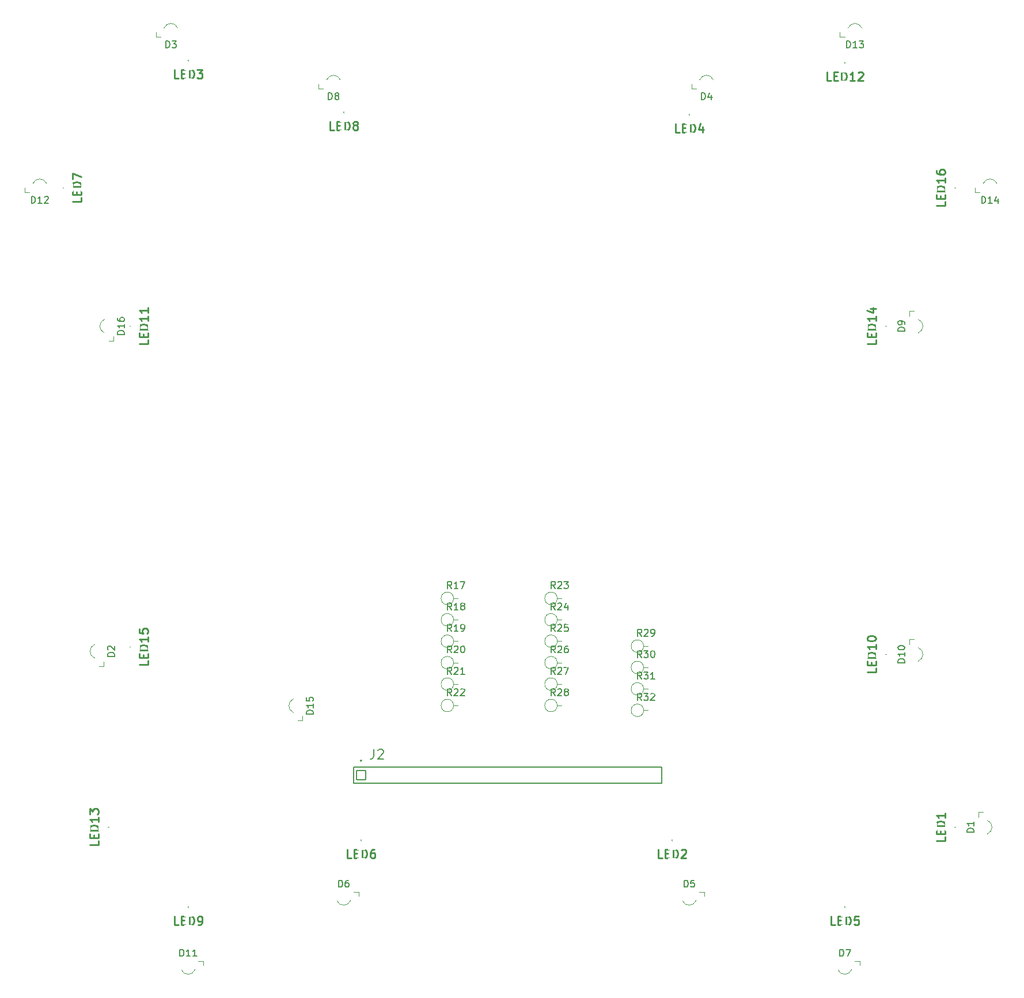
<source format=gto>
%TF.GenerationSoftware,KiCad,Pcbnew,8.0.5*%
%TF.CreationDate,2024-11-19T19:18:07-05:00*%
%TF.ProjectId,line_sensor_pcb,6c696e65-5f73-4656-9e73-6f725f706362,rev?*%
%TF.SameCoordinates,Original*%
%TF.FileFunction,Legend,Top*%
%TF.FilePolarity,Positive*%
%FSLAX46Y46*%
G04 Gerber Fmt 4.6, Leading zero omitted, Abs format (unit mm)*
G04 Created by KiCad (PCBNEW 8.0.5) date 2024-11-19 19:18:07*
%MOMM*%
%LPD*%
G01*
G04 APERTURE LIST*
G04 Aperture macros list*
%AMRoundRect*
0 Rectangle with rounded corners*
0 $1 Rounding radius*
0 $2 $3 $4 $5 $6 $7 $8 $9 X,Y pos of 4 corners*
0 Add a 4 corners polygon primitive as box body*
4,1,4,$2,$3,$4,$5,$6,$7,$8,$9,$2,$3,0*
0 Add four circle primitives for the rounded corners*
1,1,$1+$1,$2,$3*
1,1,$1+$1,$4,$5*
1,1,$1+$1,$6,$7*
1,1,$1+$1,$8,$9*
0 Add four rect primitives between the rounded corners*
20,1,$1+$1,$2,$3,$4,$5,0*
20,1,$1+$1,$4,$5,$6,$7,0*
20,1,$1+$1,$6,$7,$8,$9,0*
20,1,$1+$1,$8,$9,$2,$3,0*%
G04 Aperture macros list end*
%ADD10C,0.150000*%
%ADD11C,0.254000*%
%ADD12C,0.120000*%
%ADD13C,0.100000*%
%ADD14C,0.127000*%
%ADD15C,0.200000*%
%ADD16R,0.900000X1.000000*%
%ADD17R,0.800000X0.400000*%
%ADD18C,1.400000*%
%ADD19O,1.400000X1.400000*%
%ADD20R,1.000000X1.250000*%
%ADD21R,1.250000X1.000000*%
%ADD22R,1.000000X0.900000*%
%ADD23R,0.400000X0.800000*%
%ADD24RoundRect,0.102000X-0.699000X-0.699000X0.699000X-0.699000X0.699000X0.699000X-0.699000X0.699000X0*%
%ADD25C,1.602000*%
G04 APERTURE END LIST*
D10*
X156134819Y-118054285D02*
X155134819Y-118054285D01*
X155134819Y-118054285D02*
X155134819Y-117816190D01*
X155134819Y-117816190D02*
X155182438Y-117673333D01*
X155182438Y-117673333D02*
X155277676Y-117578095D01*
X155277676Y-117578095D02*
X155372914Y-117530476D01*
X155372914Y-117530476D02*
X155563390Y-117482857D01*
X155563390Y-117482857D02*
X155706247Y-117482857D01*
X155706247Y-117482857D02*
X155896723Y-117530476D01*
X155896723Y-117530476D02*
X155991961Y-117578095D01*
X155991961Y-117578095D02*
X156087200Y-117673333D01*
X156087200Y-117673333D02*
X156134819Y-117816190D01*
X156134819Y-117816190D02*
X156134819Y-118054285D01*
X156134819Y-116530476D02*
X156134819Y-117101904D01*
X156134819Y-116816190D02*
X155134819Y-116816190D01*
X155134819Y-116816190D02*
X155277676Y-116911428D01*
X155277676Y-116911428D02*
X155372914Y-117006666D01*
X155372914Y-117006666D02*
X155420533Y-117101904D01*
X155134819Y-115911428D02*
X155134819Y-115816190D01*
X155134819Y-115816190D02*
X155182438Y-115720952D01*
X155182438Y-115720952D02*
X155230057Y-115673333D01*
X155230057Y-115673333D02*
X155325295Y-115625714D01*
X155325295Y-115625714D02*
X155515771Y-115578095D01*
X155515771Y-115578095D02*
X155753866Y-115578095D01*
X155753866Y-115578095D02*
X155944342Y-115625714D01*
X155944342Y-115625714D02*
X156039580Y-115673333D01*
X156039580Y-115673333D02*
X156087200Y-115720952D01*
X156087200Y-115720952D02*
X156134819Y-115816190D01*
X156134819Y-115816190D02*
X156134819Y-115911428D01*
X156134819Y-115911428D02*
X156087200Y-116006666D01*
X156087200Y-116006666D02*
X156039580Y-116054285D01*
X156039580Y-116054285D02*
X155944342Y-116101904D01*
X155944342Y-116101904D02*
X155753866Y-116149523D01*
X155753866Y-116149523D02*
X155515771Y-116149523D01*
X155515771Y-116149523D02*
X155325295Y-116101904D01*
X155325295Y-116101904D02*
X155230057Y-116054285D01*
X155230057Y-116054285D02*
X155182438Y-116006666D01*
X155182438Y-116006666D02*
X155134819Y-115911428D01*
X166294819Y-142978094D02*
X165294819Y-142978094D01*
X165294819Y-142978094D02*
X165294819Y-142739999D01*
X165294819Y-142739999D02*
X165342438Y-142597142D01*
X165342438Y-142597142D02*
X165437676Y-142501904D01*
X165437676Y-142501904D02*
X165532914Y-142454285D01*
X165532914Y-142454285D02*
X165723390Y-142406666D01*
X165723390Y-142406666D02*
X165866247Y-142406666D01*
X165866247Y-142406666D02*
X166056723Y-142454285D01*
X166056723Y-142454285D02*
X166151961Y-142501904D01*
X166151961Y-142501904D02*
X166247200Y-142597142D01*
X166247200Y-142597142D02*
X166294819Y-142739999D01*
X166294819Y-142739999D02*
X166294819Y-142978094D01*
X166294819Y-141454285D02*
X166294819Y-142025713D01*
X166294819Y-141739999D02*
X165294819Y-141739999D01*
X165294819Y-141739999D02*
X165437676Y-141835237D01*
X165437676Y-141835237D02*
X165532914Y-141930475D01*
X165532914Y-141930475D02*
X165580533Y-142025713D01*
X117467142Y-114154819D02*
X117133809Y-113678628D01*
X116895714Y-114154819D02*
X116895714Y-113154819D01*
X116895714Y-113154819D02*
X117276666Y-113154819D01*
X117276666Y-113154819D02*
X117371904Y-113202438D01*
X117371904Y-113202438D02*
X117419523Y-113250057D01*
X117419523Y-113250057D02*
X117467142Y-113345295D01*
X117467142Y-113345295D02*
X117467142Y-113488152D01*
X117467142Y-113488152D02*
X117419523Y-113583390D01*
X117419523Y-113583390D02*
X117371904Y-113631009D01*
X117371904Y-113631009D02*
X117276666Y-113678628D01*
X117276666Y-113678628D02*
X116895714Y-113678628D01*
X117848095Y-113250057D02*
X117895714Y-113202438D01*
X117895714Y-113202438D02*
X117990952Y-113154819D01*
X117990952Y-113154819D02*
X118229047Y-113154819D01*
X118229047Y-113154819D02*
X118324285Y-113202438D01*
X118324285Y-113202438D02*
X118371904Y-113250057D01*
X118371904Y-113250057D02*
X118419523Y-113345295D01*
X118419523Y-113345295D02*
X118419523Y-113440533D01*
X118419523Y-113440533D02*
X118371904Y-113583390D01*
X118371904Y-113583390D02*
X117800476Y-114154819D01*
X117800476Y-114154819D02*
X118419523Y-114154819D01*
X118895714Y-114154819D02*
X119086190Y-114154819D01*
X119086190Y-114154819D02*
X119181428Y-114107200D01*
X119181428Y-114107200D02*
X119229047Y-114059580D01*
X119229047Y-114059580D02*
X119324285Y-113916723D01*
X119324285Y-113916723D02*
X119371904Y-113726247D01*
X119371904Y-113726247D02*
X119371904Y-113345295D01*
X119371904Y-113345295D02*
X119324285Y-113250057D01*
X119324285Y-113250057D02*
X119276666Y-113202438D01*
X119276666Y-113202438D02*
X119181428Y-113154819D01*
X119181428Y-113154819D02*
X118990952Y-113154819D01*
X118990952Y-113154819D02*
X118895714Y-113202438D01*
X118895714Y-113202438D02*
X118848095Y-113250057D01*
X118848095Y-113250057D02*
X118800476Y-113345295D01*
X118800476Y-113345295D02*
X118800476Y-113583390D01*
X118800476Y-113583390D02*
X118848095Y-113678628D01*
X118848095Y-113678628D02*
X118895714Y-113726247D01*
X118895714Y-113726247D02*
X118990952Y-113773866D01*
X118990952Y-113773866D02*
X119181428Y-113773866D01*
X119181428Y-113773866D02*
X119276666Y-113726247D01*
X119276666Y-113726247D02*
X119324285Y-113678628D01*
X119324285Y-113678628D02*
X119371904Y-113583390D01*
D11*
X151874318Y-118865952D02*
X151874318Y-119470714D01*
X151874318Y-119470714D02*
X150604318Y-119470714D01*
X151209080Y-118442619D02*
X151209080Y-118019285D01*
X151874318Y-117837857D02*
X151874318Y-118442619D01*
X151874318Y-118442619D02*
X150604318Y-118442619D01*
X150604318Y-118442619D02*
X150604318Y-117837857D01*
X151874318Y-117293571D02*
X150604318Y-117293571D01*
X150604318Y-117293571D02*
X150604318Y-116991190D01*
X150604318Y-116991190D02*
X150664794Y-116809761D01*
X150664794Y-116809761D02*
X150785746Y-116688809D01*
X150785746Y-116688809D02*
X150906699Y-116628332D01*
X150906699Y-116628332D02*
X151148603Y-116567856D01*
X151148603Y-116567856D02*
X151330032Y-116567856D01*
X151330032Y-116567856D02*
X151571937Y-116628332D01*
X151571937Y-116628332D02*
X151692889Y-116688809D01*
X151692889Y-116688809D02*
X151813842Y-116809761D01*
X151813842Y-116809761D02*
X151874318Y-116991190D01*
X151874318Y-116991190D02*
X151874318Y-117293571D01*
X151874318Y-115358332D02*
X151874318Y-116084047D01*
X151874318Y-115721190D02*
X150604318Y-115721190D01*
X150604318Y-115721190D02*
X150785746Y-115842142D01*
X150785746Y-115842142D02*
X150906699Y-115963094D01*
X150906699Y-115963094D02*
X150967175Y-116084047D01*
X150604318Y-114572142D02*
X150604318Y-114451189D01*
X150604318Y-114451189D02*
X150664794Y-114330237D01*
X150664794Y-114330237D02*
X150725270Y-114269761D01*
X150725270Y-114269761D02*
X150846222Y-114209285D01*
X150846222Y-114209285D02*
X151088127Y-114148808D01*
X151088127Y-114148808D02*
X151390508Y-114148808D01*
X151390508Y-114148808D02*
X151632413Y-114209285D01*
X151632413Y-114209285D02*
X151753365Y-114269761D01*
X151753365Y-114269761D02*
X151813842Y-114330237D01*
X151813842Y-114330237D02*
X151874318Y-114451189D01*
X151874318Y-114451189D02*
X151874318Y-114572142D01*
X151874318Y-114572142D02*
X151813842Y-114693094D01*
X151813842Y-114693094D02*
X151753365Y-114753570D01*
X151753365Y-114753570D02*
X151632413Y-114814047D01*
X151632413Y-114814047D02*
X151390508Y-114874523D01*
X151390508Y-114874523D02*
X151088127Y-114874523D01*
X151088127Y-114874523D02*
X150846222Y-114814047D01*
X150846222Y-114814047D02*
X150725270Y-114753570D01*
X150725270Y-114753570D02*
X150664794Y-114693094D01*
X150664794Y-114693094D02*
X150604318Y-114572142D01*
D10*
X89527142Y-110294819D02*
X89193809Y-109818628D01*
X88955714Y-110294819D02*
X88955714Y-109294819D01*
X88955714Y-109294819D02*
X89336666Y-109294819D01*
X89336666Y-109294819D02*
X89431904Y-109342438D01*
X89431904Y-109342438D02*
X89479523Y-109390057D01*
X89479523Y-109390057D02*
X89527142Y-109485295D01*
X89527142Y-109485295D02*
X89527142Y-109628152D01*
X89527142Y-109628152D02*
X89479523Y-109723390D01*
X89479523Y-109723390D02*
X89431904Y-109771009D01*
X89431904Y-109771009D02*
X89336666Y-109818628D01*
X89336666Y-109818628D02*
X88955714Y-109818628D01*
X90479523Y-110294819D02*
X89908095Y-110294819D01*
X90193809Y-110294819D02*
X90193809Y-109294819D01*
X90193809Y-109294819D02*
X90098571Y-109437676D01*
X90098571Y-109437676D02*
X90003333Y-109532914D01*
X90003333Y-109532914D02*
X89908095Y-109580533D01*
X91050952Y-109723390D02*
X90955714Y-109675771D01*
X90955714Y-109675771D02*
X90908095Y-109628152D01*
X90908095Y-109628152D02*
X90860476Y-109532914D01*
X90860476Y-109532914D02*
X90860476Y-109485295D01*
X90860476Y-109485295D02*
X90908095Y-109390057D01*
X90908095Y-109390057D02*
X90955714Y-109342438D01*
X90955714Y-109342438D02*
X91050952Y-109294819D01*
X91050952Y-109294819D02*
X91241428Y-109294819D01*
X91241428Y-109294819D02*
X91336666Y-109342438D01*
X91336666Y-109342438D02*
X91384285Y-109390057D01*
X91384285Y-109390057D02*
X91431904Y-109485295D01*
X91431904Y-109485295D02*
X91431904Y-109532914D01*
X91431904Y-109532914D02*
X91384285Y-109628152D01*
X91384285Y-109628152D02*
X91336666Y-109675771D01*
X91336666Y-109675771D02*
X91241428Y-109723390D01*
X91241428Y-109723390D02*
X91050952Y-109723390D01*
X91050952Y-109723390D02*
X90955714Y-109771009D01*
X90955714Y-109771009D02*
X90908095Y-109818628D01*
X90908095Y-109818628D02*
X90860476Y-109913866D01*
X90860476Y-109913866D02*
X90860476Y-110104342D01*
X90860476Y-110104342D02*
X90908095Y-110199580D01*
X90908095Y-110199580D02*
X90955714Y-110247200D01*
X90955714Y-110247200D02*
X91050952Y-110294819D01*
X91050952Y-110294819D02*
X91241428Y-110294819D01*
X91241428Y-110294819D02*
X91336666Y-110247200D01*
X91336666Y-110247200D02*
X91384285Y-110199580D01*
X91384285Y-110199580D02*
X91431904Y-110104342D01*
X91431904Y-110104342D02*
X91431904Y-109913866D01*
X91431904Y-109913866D02*
X91384285Y-109818628D01*
X91384285Y-109818628D02*
X91336666Y-109771009D01*
X91336666Y-109771009D02*
X91241428Y-109723390D01*
X104767142Y-116594819D02*
X104433809Y-116118628D01*
X104195714Y-116594819D02*
X104195714Y-115594819D01*
X104195714Y-115594819D02*
X104576666Y-115594819D01*
X104576666Y-115594819D02*
X104671904Y-115642438D01*
X104671904Y-115642438D02*
X104719523Y-115690057D01*
X104719523Y-115690057D02*
X104767142Y-115785295D01*
X104767142Y-115785295D02*
X104767142Y-115928152D01*
X104767142Y-115928152D02*
X104719523Y-116023390D01*
X104719523Y-116023390D02*
X104671904Y-116071009D01*
X104671904Y-116071009D02*
X104576666Y-116118628D01*
X104576666Y-116118628D02*
X104195714Y-116118628D01*
X105148095Y-115690057D02*
X105195714Y-115642438D01*
X105195714Y-115642438D02*
X105290952Y-115594819D01*
X105290952Y-115594819D02*
X105529047Y-115594819D01*
X105529047Y-115594819D02*
X105624285Y-115642438D01*
X105624285Y-115642438D02*
X105671904Y-115690057D01*
X105671904Y-115690057D02*
X105719523Y-115785295D01*
X105719523Y-115785295D02*
X105719523Y-115880533D01*
X105719523Y-115880533D02*
X105671904Y-116023390D01*
X105671904Y-116023390D02*
X105100476Y-116594819D01*
X105100476Y-116594819D02*
X105719523Y-116594819D01*
X106576666Y-115594819D02*
X106386190Y-115594819D01*
X106386190Y-115594819D02*
X106290952Y-115642438D01*
X106290952Y-115642438D02*
X106243333Y-115690057D01*
X106243333Y-115690057D02*
X106148095Y-115832914D01*
X106148095Y-115832914D02*
X106100476Y-116023390D01*
X106100476Y-116023390D02*
X106100476Y-116404342D01*
X106100476Y-116404342D02*
X106148095Y-116499580D01*
X106148095Y-116499580D02*
X106195714Y-116547200D01*
X106195714Y-116547200D02*
X106290952Y-116594819D01*
X106290952Y-116594819D02*
X106481428Y-116594819D01*
X106481428Y-116594819D02*
X106576666Y-116547200D01*
X106576666Y-116547200D02*
X106624285Y-116499580D01*
X106624285Y-116499580D02*
X106671904Y-116404342D01*
X106671904Y-116404342D02*
X106671904Y-116166247D01*
X106671904Y-116166247D02*
X106624285Y-116071009D01*
X106624285Y-116071009D02*
X106576666Y-116023390D01*
X106576666Y-116023390D02*
X106481428Y-115975771D01*
X106481428Y-115975771D02*
X106290952Y-115975771D01*
X106290952Y-115975771D02*
X106195714Y-116023390D01*
X106195714Y-116023390D02*
X106148095Y-116071009D01*
X106148095Y-116071009D02*
X106100476Y-116166247D01*
X89527142Y-107144819D02*
X89193809Y-106668628D01*
X88955714Y-107144819D02*
X88955714Y-106144819D01*
X88955714Y-106144819D02*
X89336666Y-106144819D01*
X89336666Y-106144819D02*
X89431904Y-106192438D01*
X89431904Y-106192438D02*
X89479523Y-106240057D01*
X89479523Y-106240057D02*
X89527142Y-106335295D01*
X89527142Y-106335295D02*
X89527142Y-106478152D01*
X89527142Y-106478152D02*
X89479523Y-106573390D01*
X89479523Y-106573390D02*
X89431904Y-106621009D01*
X89431904Y-106621009D02*
X89336666Y-106668628D01*
X89336666Y-106668628D02*
X88955714Y-106668628D01*
X90479523Y-107144819D02*
X89908095Y-107144819D01*
X90193809Y-107144819D02*
X90193809Y-106144819D01*
X90193809Y-106144819D02*
X90098571Y-106287676D01*
X90098571Y-106287676D02*
X90003333Y-106382914D01*
X90003333Y-106382914D02*
X89908095Y-106430533D01*
X90812857Y-106144819D02*
X91479523Y-106144819D01*
X91479523Y-106144819D02*
X91050952Y-107144819D01*
D11*
X162034318Y-143661190D02*
X162034318Y-144265952D01*
X162034318Y-144265952D02*
X160764318Y-144265952D01*
X161369080Y-143237857D02*
X161369080Y-142814523D01*
X162034318Y-142633095D02*
X162034318Y-143237857D01*
X162034318Y-143237857D02*
X160764318Y-143237857D01*
X160764318Y-143237857D02*
X160764318Y-142633095D01*
X162034318Y-142088809D02*
X160764318Y-142088809D01*
X160764318Y-142088809D02*
X160764318Y-141786428D01*
X160764318Y-141786428D02*
X160824794Y-141604999D01*
X160824794Y-141604999D02*
X160945746Y-141484047D01*
X160945746Y-141484047D02*
X161066699Y-141423570D01*
X161066699Y-141423570D02*
X161308603Y-141363094D01*
X161308603Y-141363094D02*
X161490032Y-141363094D01*
X161490032Y-141363094D02*
X161731937Y-141423570D01*
X161731937Y-141423570D02*
X161852889Y-141484047D01*
X161852889Y-141484047D02*
X161973842Y-141604999D01*
X161973842Y-141604999D02*
X162034318Y-141786428D01*
X162034318Y-141786428D02*
X162034318Y-142088809D01*
X162034318Y-140153570D02*
X162034318Y-140879285D01*
X162034318Y-140516428D02*
X160764318Y-140516428D01*
X160764318Y-140516428D02*
X160945746Y-140637380D01*
X160945746Y-140637380D02*
X161066699Y-140758332D01*
X161066699Y-140758332D02*
X161127175Y-140879285D01*
X37574318Y-144265952D02*
X37574318Y-144870714D01*
X37574318Y-144870714D02*
X36304318Y-144870714D01*
X36909080Y-143842619D02*
X36909080Y-143419285D01*
X37574318Y-143237857D02*
X37574318Y-143842619D01*
X37574318Y-143842619D02*
X36304318Y-143842619D01*
X36304318Y-143842619D02*
X36304318Y-143237857D01*
X37574318Y-142693571D02*
X36304318Y-142693571D01*
X36304318Y-142693571D02*
X36304318Y-142391190D01*
X36304318Y-142391190D02*
X36364794Y-142209761D01*
X36364794Y-142209761D02*
X36485746Y-142088809D01*
X36485746Y-142088809D02*
X36606699Y-142028332D01*
X36606699Y-142028332D02*
X36848603Y-141967856D01*
X36848603Y-141967856D02*
X37030032Y-141967856D01*
X37030032Y-141967856D02*
X37271937Y-142028332D01*
X37271937Y-142028332D02*
X37392889Y-142088809D01*
X37392889Y-142088809D02*
X37513842Y-142209761D01*
X37513842Y-142209761D02*
X37574318Y-142391190D01*
X37574318Y-142391190D02*
X37574318Y-142693571D01*
X37574318Y-140758332D02*
X37574318Y-141484047D01*
X37574318Y-141121190D02*
X36304318Y-141121190D01*
X36304318Y-141121190D02*
X36485746Y-141242142D01*
X36485746Y-141242142D02*
X36606699Y-141363094D01*
X36606699Y-141363094D02*
X36667175Y-141484047D01*
X36304318Y-140334999D02*
X36304318Y-139548808D01*
X36304318Y-139548808D02*
X36788127Y-139972142D01*
X36788127Y-139972142D02*
X36788127Y-139790713D01*
X36788127Y-139790713D02*
X36848603Y-139669761D01*
X36848603Y-139669761D02*
X36909080Y-139609285D01*
X36909080Y-139609285D02*
X37030032Y-139548808D01*
X37030032Y-139548808D02*
X37332413Y-139548808D01*
X37332413Y-139548808D02*
X37453365Y-139609285D01*
X37453365Y-139609285D02*
X37513842Y-139669761D01*
X37513842Y-139669761D02*
X37574318Y-139790713D01*
X37574318Y-139790713D02*
X37574318Y-140153570D01*
X37574318Y-140153570D02*
X37513842Y-140274523D01*
X37513842Y-140274523D02*
X37453365Y-140334999D01*
X35034318Y-49681190D02*
X35034318Y-50285952D01*
X35034318Y-50285952D02*
X33764318Y-50285952D01*
X34369080Y-49257857D02*
X34369080Y-48834523D01*
X35034318Y-48653095D02*
X35034318Y-49257857D01*
X35034318Y-49257857D02*
X33764318Y-49257857D01*
X33764318Y-49257857D02*
X33764318Y-48653095D01*
X35034318Y-48108809D02*
X33764318Y-48108809D01*
X33764318Y-48108809D02*
X33764318Y-47806428D01*
X33764318Y-47806428D02*
X33824794Y-47624999D01*
X33824794Y-47624999D02*
X33945746Y-47504047D01*
X33945746Y-47504047D02*
X34066699Y-47443570D01*
X34066699Y-47443570D02*
X34308603Y-47383094D01*
X34308603Y-47383094D02*
X34490032Y-47383094D01*
X34490032Y-47383094D02*
X34731937Y-47443570D01*
X34731937Y-47443570D02*
X34852889Y-47504047D01*
X34852889Y-47504047D02*
X34973842Y-47624999D01*
X34973842Y-47624999D02*
X35034318Y-47806428D01*
X35034318Y-47806428D02*
X35034318Y-48108809D01*
X33764318Y-46959761D02*
X33764318Y-46113094D01*
X33764318Y-46113094D02*
X35034318Y-46657380D01*
X74778809Y-146794318D02*
X74174047Y-146794318D01*
X74174047Y-146794318D02*
X74174047Y-145524318D01*
X75202142Y-146129080D02*
X75625476Y-146129080D01*
X75806904Y-146794318D02*
X75202142Y-146794318D01*
X75202142Y-146794318D02*
X75202142Y-145524318D01*
X75202142Y-145524318D02*
X75806904Y-145524318D01*
X76351190Y-146794318D02*
X76351190Y-145524318D01*
X76351190Y-145524318D02*
X76653571Y-145524318D01*
X76653571Y-145524318D02*
X76835000Y-145584794D01*
X76835000Y-145584794D02*
X76955952Y-145705746D01*
X76955952Y-145705746D02*
X77016429Y-145826699D01*
X77016429Y-145826699D02*
X77076905Y-146068603D01*
X77076905Y-146068603D02*
X77076905Y-146250032D01*
X77076905Y-146250032D02*
X77016429Y-146491937D01*
X77016429Y-146491937D02*
X76955952Y-146612889D01*
X76955952Y-146612889D02*
X76835000Y-146733842D01*
X76835000Y-146733842D02*
X76653571Y-146794318D01*
X76653571Y-146794318D02*
X76351190Y-146794318D01*
X78165476Y-145524318D02*
X77923571Y-145524318D01*
X77923571Y-145524318D02*
X77802619Y-145584794D01*
X77802619Y-145584794D02*
X77742143Y-145645270D01*
X77742143Y-145645270D02*
X77621190Y-145826699D01*
X77621190Y-145826699D02*
X77560714Y-146068603D01*
X77560714Y-146068603D02*
X77560714Y-146552413D01*
X77560714Y-146552413D02*
X77621190Y-146673365D01*
X77621190Y-146673365D02*
X77681667Y-146733842D01*
X77681667Y-146733842D02*
X77802619Y-146794318D01*
X77802619Y-146794318D02*
X78044524Y-146794318D01*
X78044524Y-146794318D02*
X78165476Y-146733842D01*
X78165476Y-146733842D02*
X78225952Y-146673365D01*
X78225952Y-146673365D02*
X78286429Y-146552413D01*
X78286429Y-146552413D02*
X78286429Y-146250032D01*
X78286429Y-146250032D02*
X78225952Y-146129080D01*
X78225952Y-146129080D02*
X78165476Y-146068603D01*
X78165476Y-146068603D02*
X78044524Y-146008127D01*
X78044524Y-146008127D02*
X77802619Y-146008127D01*
X77802619Y-146008127D02*
X77681667Y-146068603D01*
X77681667Y-146068603D02*
X77621190Y-146129080D01*
X77621190Y-146129080D02*
X77560714Y-146250032D01*
D10*
X104767142Y-110294819D02*
X104433809Y-109818628D01*
X104195714Y-110294819D02*
X104195714Y-109294819D01*
X104195714Y-109294819D02*
X104576666Y-109294819D01*
X104576666Y-109294819D02*
X104671904Y-109342438D01*
X104671904Y-109342438D02*
X104719523Y-109390057D01*
X104719523Y-109390057D02*
X104767142Y-109485295D01*
X104767142Y-109485295D02*
X104767142Y-109628152D01*
X104767142Y-109628152D02*
X104719523Y-109723390D01*
X104719523Y-109723390D02*
X104671904Y-109771009D01*
X104671904Y-109771009D02*
X104576666Y-109818628D01*
X104576666Y-109818628D02*
X104195714Y-109818628D01*
X105148095Y-109390057D02*
X105195714Y-109342438D01*
X105195714Y-109342438D02*
X105290952Y-109294819D01*
X105290952Y-109294819D02*
X105529047Y-109294819D01*
X105529047Y-109294819D02*
X105624285Y-109342438D01*
X105624285Y-109342438D02*
X105671904Y-109390057D01*
X105671904Y-109390057D02*
X105719523Y-109485295D01*
X105719523Y-109485295D02*
X105719523Y-109580533D01*
X105719523Y-109580533D02*
X105671904Y-109723390D01*
X105671904Y-109723390D02*
X105100476Y-110294819D01*
X105100476Y-110294819D02*
X105719523Y-110294819D01*
X106576666Y-109628152D02*
X106576666Y-110294819D01*
X106338571Y-109247200D02*
X106100476Y-109961485D01*
X106100476Y-109961485D02*
X106719523Y-109961485D01*
X123721905Y-151054819D02*
X123721905Y-150054819D01*
X123721905Y-150054819D02*
X123960000Y-150054819D01*
X123960000Y-150054819D02*
X124102857Y-150102438D01*
X124102857Y-150102438D02*
X124198095Y-150197676D01*
X124198095Y-150197676D02*
X124245714Y-150292914D01*
X124245714Y-150292914D02*
X124293333Y-150483390D01*
X124293333Y-150483390D02*
X124293333Y-150626247D01*
X124293333Y-150626247D02*
X124245714Y-150816723D01*
X124245714Y-150816723D02*
X124198095Y-150911961D01*
X124198095Y-150911961D02*
X124102857Y-151007200D01*
X124102857Y-151007200D02*
X123960000Y-151054819D01*
X123960000Y-151054819D02*
X123721905Y-151054819D01*
X125198095Y-150054819D02*
X124721905Y-150054819D01*
X124721905Y-150054819D02*
X124674286Y-150531009D01*
X124674286Y-150531009D02*
X124721905Y-150483390D01*
X124721905Y-150483390D02*
X124817143Y-150435771D01*
X124817143Y-150435771D02*
X125055238Y-150435771D01*
X125055238Y-150435771D02*
X125150476Y-150483390D01*
X125150476Y-150483390D02*
X125198095Y-150531009D01*
X125198095Y-150531009D02*
X125245714Y-150626247D01*
X125245714Y-150626247D02*
X125245714Y-150864342D01*
X125245714Y-150864342D02*
X125198095Y-150959580D01*
X125198095Y-150959580D02*
X125150476Y-151007200D01*
X125150476Y-151007200D02*
X125055238Y-151054819D01*
X125055238Y-151054819D02*
X124817143Y-151054819D01*
X124817143Y-151054819D02*
X124721905Y-151007200D01*
X124721905Y-151007200D02*
X124674286Y-150959580D01*
X104767142Y-122894819D02*
X104433809Y-122418628D01*
X104195714Y-122894819D02*
X104195714Y-121894819D01*
X104195714Y-121894819D02*
X104576666Y-121894819D01*
X104576666Y-121894819D02*
X104671904Y-121942438D01*
X104671904Y-121942438D02*
X104719523Y-121990057D01*
X104719523Y-121990057D02*
X104767142Y-122085295D01*
X104767142Y-122085295D02*
X104767142Y-122228152D01*
X104767142Y-122228152D02*
X104719523Y-122323390D01*
X104719523Y-122323390D02*
X104671904Y-122371009D01*
X104671904Y-122371009D02*
X104576666Y-122418628D01*
X104576666Y-122418628D02*
X104195714Y-122418628D01*
X105148095Y-121990057D02*
X105195714Y-121942438D01*
X105195714Y-121942438D02*
X105290952Y-121894819D01*
X105290952Y-121894819D02*
X105529047Y-121894819D01*
X105529047Y-121894819D02*
X105624285Y-121942438D01*
X105624285Y-121942438D02*
X105671904Y-121990057D01*
X105671904Y-121990057D02*
X105719523Y-122085295D01*
X105719523Y-122085295D02*
X105719523Y-122180533D01*
X105719523Y-122180533D02*
X105671904Y-122323390D01*
X105671904Y-122323390D02*
X105100476Y-122894819D01*
X105100476Y-122894819D02*
X105719523Y-122894819D01*
X106290952Y-122323390D02*
X106195714Y-122275771D01*
X106195714Y-122275771D02*
X106148095Y-122228152D01*
X106148095Y-122228152D02*
X106100476Y-122132914D01*
X106100476Y-122132914D02*
X106100476Y-122085295D01*
X106100476Y-122085295D02*
X106148095Y-121990057D01*
X106148095Y-121990057D02*
X106195714Y-121942438D01*
X106195714Y-121942438D02*
X106290952Y-121894819D01*
X106290952Y-121894819D02*
X106481428Y-121894819D01*
X106481428Y-121894819D02*
X106576666Y-121942438D01*
X106576666Y-121942438D02*
X106624285Y-121990057D01*
X106624285Y-121990057D02*
X106671904Y-122085295D01*
X106671904Y-122085295D02*
X106671904Y-122132914D01*
X106671904Y-122132914D02*
X106624285Y-122228152D01*
X106624285Y-122228152D02*
X106576666Y-122275771D01*
X106576666Y-122275771D02*
X106481428Y-122323390D01*
X106481428Y-122323390D02*
X106290952Y-122323390D01*
X106290952Y-122323390D02*
X106195714Y-122371009D01*
X106195714Y-122371009D02*
X106148095Y-122418628D01*
X106148095Y-122418628D02*
X106100476Y-122513866D01*
X106100476Y-122513866D02*
X106100476Y-122704342D01*
X106100476Y-122704342D02*
X106148095Y-122799580D01*
X106148095Y-122799580D02*
X106195714Y-122847200D01*
X106195714Y-122847200D02*
X106290952Y-122894819D01*
X106290952Y-122894819D02*
X106481428Y-122894819D01*
X106481428Y-122894819D02*
X106576666Y-122847200D01*
X106576666Y-122847200D02*
X106624285Y-122799580D01*
X106624285Y-122799580D02*
X106671904Y-122704342D01*
X106671904Y-122704342D02*
X106671904Y-122513866D01*
X106671904Y-122513866D02*
X106624285Y-122418628D01*
X106624285Y-122418628D02*
X106576666Y-122371009D01*
X106576666Y-122371009D02*
X106481428Y-122323390D01*
X89527142Y-116594819D02*
X89193809Y-116118628D01*
X88955714Y-116594819D02*
X88955714Y-115594819D01*
X88955714Y-115594819D02*
X89336666Y-115594819D01*
X89336666Y-115594819D02*
X89431904Y-115642438D01*
X89431904Y-115642438D02*
X89479523Y-115690057D01*
X89479523Y-115690057D02*
X89527142Y-115785295D01*
X89527142Y-115785295D02*
X89527142Y-115928152D01*
X89527142Y-115928152D02*
X89479523Y-116023390D01*
X89479523Y-116023390D02*
X89431904Y-116071009D01*
X89431904Y-116071009D02*
X89336666Y-116118628D01*
X89336666Y-116118628D02*
X88955714Y-116118628D01*
X89908095Y-115690057D02*
X89955714Y-115642438D01*
X89955714Y-115642438D02*
X90050952Y-115594819D01*
X90050952Y-115594819D02*
X90289047Y-115594819D01*
X90289047Y-115594819D02*
X90384285Y-115642438D01*
X90384285Y-115642438D02*
X90431904Y-115690057D01*
X90431904Y-115690057D02*
X90479523Y-115785295D01*
X90479523Y-115785295D02*
X90479523Y-115880533D01*
X90479523Y-115880533D02*
X90431904Y-116023390D01*
X90431904Y-116023390D02*
X89860476Y-116594819D01*
X89860476Y-116594819D02*
X90479523Y-116594819D01*
X91098571Y-115594819D02*
X91193809Y-115594819D01*
X91193809Y-115594819D02*
X91289047Y-115642438D01*
X91289047Y-115642438D02*
X91336666Y-115690057D01*
X91336666Y-115690057D02*
X91384285Y-115785295D01*
X91384285Y-115785295D02*
X91431904Y-115975771D01*
X91431904Y-115975771D02*
X91431904Y-116213866D01*
X91431904Y-116213866D02*
X91384285Y-116404342D01*
X91384285Y-116404342D02*
X91336666Y-116499580D01*
X91336666Y-116499580D02*
X91289047Y-116547200D01*
X91289047Y-116547200D02*
X91193809Y-116594819D01*
X91193809Y-116594819D02*
X91098571Y-116594819D01*
X91098571Y-116594819D02*
X91003333Y-116547200D01*
X91003333Y-116547200D02*
X90955714Y-116499580D01*
X90955714Y-116499580D02*
X90908095Y-116404342D01*
X90908095Y-116404342D02*
X90860476Y-116213866D01*
X90860476Y-116213866D02*
X90860476Y-115975771D01*
X90860476Y-115975771D02*
X90908095Y-115785295D01*
X90908095Y-115785295D02*
X90955714Y-115690057D01*
X90955714Y-115690057D02*
X91003333Y-115642438D01*
X91003333Y-115642438D02*
X91098571Y-115594819D01*
D11*
X49378809Y-32154318D02*
X48774047Y-32154318D01*
X48774047Y-32154318D02*
X48774047Y-30884318D01*
X49802142Y-31489080D02*
X50225476Y-31489080D01*
X50406904Y-32154318D02*
X49802142Y-32154318D01*
X49802142Y-32154318D02*
X49802142Y-30884318D01*
X49802142Y-30884318D02*
X50406904Y-30884318D01*
X50951190Y-32154318D02*
X50951190Y-30884318D01*
X50951190Y-30884318D02*
X51253571Y-30884318D01*
X51253571Y-30884318D02*
X51435000Y-30944794D01*
X51435000Y-30944794D02*
X51555952Y-31065746D01*
X51555952Y-31065746D02*
X51616429Y-31186699D01*
X51616429Y-31186699D02*
X51676905Y-31428603D01*
X51676905Y-31428603D02*
X51676905Y-31610032D01*
X51676905Y-31610032D02*
X51616429Y-31851937D01*
X51616429Y-31851937D02*
X51555952Y-31972889D01*
X51555952Y-31972889D02*
X51435000Y-32093842D01*
X51435000Y-32093842D02*
X51253571Y-32154318D01*
X51253571Y-32154318D02*
X50951190Y-32154318D01*
X52100238Y-30884318D02*
X52886429Y-30884318D01*
X52886429Y-30884318D02*
X52463095Y-31368127D01*
X52463095Y-31368127D02*
X52644524Y-31368127D01*
X52644524Y-31368127D02*
X52765476Y-31428603D01*
X52765476Y-31428603D02*
X52825952Y-31489080D01*
X52825952Y-31489080D02*
X52886429Y-31610032D01*
X52886429Y-31610032D02*
X52886429Y-31912413D01*
X52886429Y-31912413D02*
X52825952Y-32033365D01*
X52825952Y-32033365D02*
X52765476Y-32093842D01*
X52765476Y-32093842D02*
X52644524Y-32154318D01*
X52644524Y-32154318D02*
X52281667Y-32154318D01*
X52281667Y-32154318D02*
X52160714Y-32093842D01*
X52160714Y-32093842D02*
X52100238Y-32033365D01*
D10*
X89527142Y-122894819D02*
X89193809Y-122418628D01*
X88955714Y-122894819D02*
X88955714Y-121894819D01*
X88955714Y-121894819D02*
X89336666Y-121894819D01*
X89336666Y-121894819D02*
X89431904Y-121942438D01*
X89431904Y-121942438D02*
X89479523Y-121990057D01*
X89479523Y-121990057D02*
X89527142Y-122085295D01*
X89527142Y-122085295D02*
X89527142Y-122228152D01*
X89527142Y-122228152D02*
X89479523Y-122323390D01*
X89479523Y-122323390D02*
X89431904Y-122371009D01*
X89431904Y-122371009D02*
X89336666Y-122418628D01*
X89336666Y-122418628D02*
X88955714Y-122418628D01*
X89908095Y-121990057D02*
X89955714Y-121942438D01*
X89955714Y-121942438D02*
X90050952Y-121894819D01*
X90050952Y-121894819D02*
X90289047Y-121894819D01*
X90289047Y-121894819D02*
X90384285Y-121942438D01*
X90384285Y-121942438D02*
X90431904Y-121990057D01*
X90431904Y-121990057D02*
X90479523Y-122085295D01*
X90479523Y-122085295D02*
X90479523Y-122180533D01*
X90479523Y-122180533D02*
X90431904Y-122323390D01*
X90431904Y-122323390D02*
X89860476Y-122894819D01*
X89860476Y-122894819D02*
X90479523Y-122894819D01*
X90860476Y-121990057D02*
X90908095Y-121942438D01*
X90908095Y-121942438D02*
X91003333Y-121894819D01*
X91003333Y-121894819D02*
X91241428Y-121894819D01*
X91241428Y-121894819D02*
X91336666Y-121942438D01*
X91336666Y-121942438D02*
X91384285Y-121990057D01*
X91384285Y-121990057D02*
X91431904Y-122085295D01*
X91431904Y-122085295D02*
X91431904Y-122180533D01*
X91431904Y-122180533D02*
X91384285Y-122323390D01*
X91384285Y-122323390D02*
X90812857Y-122894819D01*
X90812857Y-122894819D02*
X91431904Y-122894819D01*
X156134819Y-69318094D02*
X155134819Y-69318094D01*
X155134819Y-69318094D02*
X155134819Y-69079999D01*
X155134819Y-69079999D02*
X155182438Y-68937142D01*
X155182438Y-68937142D02*
X155277676Y-68841904D01*
X155277676Y-68841904D02*
X155372914Y-68794285D01*
X155372914Y-68794285D02*
X155563390Y-68746666D01*
X155563390Y-68746666D02*
X155706247Y-68746666D01*
X155706247Y-68746666D02*
X155896723Y-68794285D01*
X155896723Y-68794285D02*
X155991961Y-68841904D01*
X155991961Y-68841904D02*
X156087200Y-68937142D01*
X156087200Y-68937142D02*
X156134819Y-69079999D01*
X156134819Y-69079999D02*
X156134819Y-69318094D01*
X156134819Y-68270475D02*
X156134819Y-68079999D01*
X156134819Y-68079999D02*
X156087200Y-67984761D01*
X156087200Y-67984761D02*
X156039580Y-67937142D01*
X156039580Y-67937142D02*
X155896723Y-67841904D01*
X155896723Y-67841904D02*
X155706247Y-67794285D01*
X155706247Y-67794285D02*
X155325295Y-67794285D01*
X155325295Y-67794285D02*
X155230057Y-67841904D01*
X155230057Y-67841904D02*
X155182438Y-67889523D01*
X155182438Y-67889523D02*
X155134819Y-67984761D01*
X155134819Y-67984761D02*
X155134819Y-68175237D01*
X155134819Y-68175237D02*
X155182438Y-68270475D01*
X155182438Y-68270475D02*
X155230057Y-68318094D01*
X155230057Y-68318094D02*
X155325295Y-68365713D01*
X155325295Y-68365713D02*
X155563390Y-68365713D01*
X155563390Y-68365713D02*
X155658628Y-68318094D01*
X155658628Y-68318094D02*
X155706247Y-68270475D01*
X155706247Y-68270475D02*
X155753866Y-68175237D01*
X155753866Y-68175237D02*
X155753866Y-67984761D01*
X155753866Y-67984761D02*
X155706247Y-67889523D01*
X155706247Y-67889523D02*
X155658628Y-67841904D01*
X155658628Y-67841904D02*
X155563390Y-67794285D01*
X47521905Y-27654819D02*
X47521905Y-26654819D01*
X47521905Y-26654819D02*
X47760000Y-26654819D01*
X47760000Y-26654819D02*
X47902857Y-26702438D01*
X47902857Y-26702438D02*
X47998095Y-26797676D01*
X47998095Y-26797676D02*
X48045714Y-26892914D01*
X48045714Y-26892914D02*
X48093333Y-27083390D01*
X48093333Y-27083390D02*
X48093333Y-27226247D01*
X48093333Y-27226247D02*
X48045714Y-27416723D01*
X48045714Y-27416723D02*
X47998095Y-27511961D01*
X47998095Y-27511961D02*
X47902857Y-27607200D01*
X47902857Y-27607200D02*
X47760000Y-27654819D01*
X47760000Y-27654819D02*
X47521905Y-27654819D01*
X48426667Y-26654819D02*
X49045714Y-26654819D01*
X49045714Y-26654819D02*
X48712381Y-27035771D01*
X48712381Y-27035771D02*
X48855238Y-27035771D01*
X48855238Y-27035771D02*
X48950476Y-27083390D01*
X48950476Y-27083390D02*
X48998095Y-27131009D01*
X48998095Y-27131009D02*
X49045714Y-27226247D01*
X49045714Y-27226247D02*
X49045714Y-27464342D01*
X49045714Y-27464342D02*
X48998095Y-27559580D01*
X48998095Y-27559580D02*
X48950476Y-27607200D01*
X48950476Y-27607200D02*
X48855238Y-27654819D01*
X48855238Y-27654819D02*
X48569524Y-27654819D01*
X48569524Y-27654819D02*
X48474286Y-27607200D01*
X48474286Y-27607200D02*
X48426667Y-27559580D01*
X104767142Y-113444819D02*
X104433809Y-112968628D01*
X104195714Y-113444819D02*
X104195714Y-112444819D01*
X104195714Y-112444819D02*
X104576666Y-112444819D01*
X104576666Y-112444819D02*
X104671904Y-112492438D01*
X104671904Y-112492438D02*
X104719523Y-112540057D01*
X104719523Y-112540057D02*
X104767142Y-112635295D01*
X104767142Y-112635295D02*
X104767142Y-112778152D01*
X104767142Y-112778152D02*
X104719523Y-112873390D01*
X104719523Y-112873390D02*
X104671904Y-112921009D01*
X104671904Y-112921009D02*
X104576666Y-112968628D01*
X104576666Y-112968628D02*
X104195714Y-112968628D01*
X105148095Y-112540057D02*
X105195714Y-112492438D01*
X105195714Y-112492438D02*
X105290952Y-112444819D01*
X105290952Y-112444819D02*
X105529047Y-112444819D01*
X105529047Y-112444819D02*
X105624285Y-112492438D01*
X105624285Y-112492438D02*
X105671904Y-112540057D01*
X105671904Y-112540057D02*
X105719523Y-112635295D01*
X105719523Y-112635295D02*
X105719523Y-112730533D01*
X105719523Y-112730533D02*
X105671904Y-112873390D01*
X105671904Y-112873390D02*
X105100476Y-113444819D01*
X105100476Y-113444819D02*
X105719523Y-113444819D01*
X106624285Y-112444819D02*
X106148095Y-112444819D01*
X106148095Y-112444819D02*
X106100476Y-112921009D01*
X106100476Y-112921009D02*
X106148095Y-112873390D01*
X106148095Y-112873390D02*
X106243333Y-112825771D01*
X106243333Y-112825771D02*
X106481428Y-112825771D01*
X106481428Y-112825771D02*
X106576666Y-112873390D01*
X106576666Y-112873390D02*
X106624285Y-112921009D01*
X106624285Y-112921009D02*
X106671904Y-113016247D01*
X106671904Y-113016247D02*
X106671904Y-113254342D01*
X106671904Y-113254342D02*
X106624285Y-113349580D01*
X106624285Y-113349580D02*
X106576666Y-113397200D01*
X106576666Y-113397200D02*
X106481428Y-113444819D01*
X106481428Y-113444819D02*
X106243333Y-113444819D01*
X106243333Y-113444819D02*
X106148095Y-113397200D01*
X106148095Y-113397200D02*
X106100476Y-113349580D01*
D11*
X49378809Y-156614318D02*
X48774047Y-156614318D01*
X48774047Y-156614318D02*
X48774047Y-155344318D01*
X49802142Y-155949080D02*
X50225476Y-155949080D01*
X50406904Y-156614318D02*
X49802142Y-156614318D01*
X49802142Y-156614318D02*
X49802142Y-155344318D01*
X49802142Y-155344318D02*
X50406904Y-155344318D01*
X50951190Y-156614318D02*
X50951190Y-155344318D01*
X50951190Y-155344318D02*
X51253571Y-155344318D01*
X51253571Y-155344318D02*
X51435000Y-155404794D01*
X51435000Y-155404794D02*
X51555952Y-155525746D01*
X51555952Y-155525746D02*
X51616429Y-155646699D01*
X51616429Y-155646699D02*
X51676905Y-155888603D01*
X51676905Y-155888603D02*
X51676905Y-156070032D01*
X51676905Y-156070032D02*
X51616429Y-156311937D01*
X51616429Y-156311937D02*
X51555952Y-156432889D01*
X51555952Y-156432889D02*
X51435000Y-156553842D01*
X51435000Y-156553842D02*
X51253571Y-156614318D01*
X51253571Y-156614318D02*
X50951190Y-156614318D01*
X52281667Y-156614318D02*
X52523571Y-156614318D01*
X52523571Y-156614318D02*
X52644524Y-156553842D01*
X52644524Y-156553842D02*
X52705000Y-156493365D01*
X52705000Y-156493365D02*
X52825952Y-156311937D01*
X52825952Y-156311937D02*
X52886429Y-156070032D01*
X52886429Y-156070032D02*
X52886429Y-155586222D01*
X52886429Y-155586222D02*
X52825952Y-155465270D01*
X52825952Y-155465270D02*
X52765476Y-155404794D01*
X52765476Y-155404794D02*
X52644524Y-155344318D01*
X52644524Y-155344318D02*
X52402619Y-155344318D01*
X52402619Y-155344318D02*
X52281667Y-155404794D01*
X52281667Y-155404794D02*
X52221190Y-155465270D01*
X52221190Y-155465270D02*
X52160714Y-155586222D01*
X52160714Y-155586222D02*
X52160714Y-155888603D01*
X52160714Y-155888603D02*
X52221190Y-156009556D01*
X52221190Y-156009556D02*
X52281667Y-156070032D01*
X52281667Y-156070032D02*
X52402619Y-156130508D01*
X52402619Y-156130508D02*
X52644524Y-156130508D01*
X52644524Y-156130508D02*
X52765476Y-156070032D01*
X52765476Y-156070032D02*
X52825952Y-156009556D01*
X52825952Y-156009556D02*
X52886429Y-155888603D01*
D10*
X71421905Y-35274819D02*
X71421905Y-34274819D01*
X71421905Y-34274819D02*
X71660000Y-34274819D01*
X71660000Y-34274819D02*
X71802857Y-34322438D01*
X71802857Y-34322438D02*
X71898095Y-34417676D01*
X71898095Y-34417676D02*
X71945714Y-34512914D01*
X71945714Y-34512914D02*
X71993333Y-34703390D01*
X71993333Y-34703390D02*
X71993333Y-34846247D01*
X71993333Y-34846247D02*
X71945714Y-35036723D01*
X71945714Y-35036723D02*
X71898095Y-35131961D01*
X71898095Y-35131961D02*
X71802857Y-35227200D01*
X71802857Y-35227200D02*
X71660000Y-35274819D01*
X71660000Y-35274819D02*
X71421905Y-35274819D01*
X72564762Y-34703390D02*
X72469524Y-34655771D01*
X72469524Y-34655771D02*
X72421905Y-34608152D01*
X72421905Y-34608152D02*
X72374286Y-34512914D01*
X72374286Y-34512914D02*
X72374286Y-34465295D01*
X72374286Y-34465295D02*
X72421905Y-34370057D01*
X72421905Y-34370057D02*
X72469524Y-34322438D01*
X72469524Y-34322438D02*
X72564762Y-34274819D01*
X72564762Y-34274819D02*
X72755238Y-34274819D01*
X72755238Y-34274819D02*
X72850476Y-34322438D01*
X72850476Y-34322438D02*
X72898095Y-34370057D01*
X72898095Y-34370057D02*
X72945714Y-34465295D01*
X72945714Y-34465295D02*
X72945714Y-34512914D01*
X72945714Y-34512914D02*
X72898095Y-34608152D01*
X72898095Y-34608152D02*
X72850476Y-34655771D01*
X72850476Y-34655771D02*
X72755238Y-34703390D01*
X72755238Y-34703390D02*
X72564762Y-34703390D01*
X72564762Y-34703390D02*
X72469524Y-34751009D01*
X72469524Y-34751009D02*
X72421905Y-34798628D01*
X72421905Y-34798628D02*
X72374286Y-34893866D01*
X72374286Y-34893866D02*
X72374286Y-35084342D01*
X72374286Y-35084342D02*
X72421905Y-35179580D01*
X72421905Y-35179580D02*
X72469524Y-35227200D01*
X72469524Y-35227200D02*
X72564762Y-35274819D01*
X72564762Y-35274819D02*
X72755238Y-35274819D01*
X72755238Y-35274819D02*
X72850476Y-35227200D01*
X72850476Y-35227200D02*
X72898095Y-35179580D01*
X72898095Y-35179580D02*
X72945714Y-35084342D01*
X72945714Y-35084342D02*
X72945714Y-34893866D01*
X72945714Y-34893866D02*
X72898095Y-34798628D01*
X72898095Y-34798628D02*
X72850476Y-34751009D01*
X72850476Y-34751009D02*
X72755238Y-34703390D01*
X27765714Y-50514819D02*
X27765714Y-49514819D01*
X27765714Y-49514819D02*
X28003809Y-49514819D01*
X28003809Y-49514819D02*
X28146666Y-49562438D01*
X28146666Y-49562438D02*
X28241904Y-49657676D01*
X28241904Y-49657676D02*
X28289523Y-49752914D01*
X28289523Y-49752914D02*
X28337142Y-49943390D01*
X28337142Y-49943390D02*
X28337142Y-50086247D01*
X28337142Y-50086247D02*
X28289523Y-50276723D01*
X28289523Y-50276723D02*
X28241904Y-50371961D01*
X28241904Y-50371961D02*
X28146666Y-50467200D01*
X28146666Y-50467200D02*
X28003809Y-50514819D01*
X28003809Y-50514819D02*
X27765714Y-50514819D01*
X29289523Y-50514819D02*
X28718095Y-50514819D01*
X29003809Y-50514819D02*
X29003809Y-49514819D01*
X29003809Y-49514819D02*
X28908571Y-49657676D01*
X28908571Y-49657676D02*
X28813333Y-49752914D01*
X28813333Y-49752914D02*
X28718095Y-49800533D01*
X29670476Y-49610057D02*
X29718095Y-49562438D01*
X29718095Y-49562438D02*
X29813333Y-49514819D01*
X29813333Y-49514819D02*
X30051428Y-49514819D01*
X30051428Y-49514819D02*
X30146666Y-49562438D01*
X30146666Y-49562438D02*
X30194285Y-49610057D01*
X30194285Y-49610057D02*
X30241904Y-49705295D01*
X30241904Y-49705295D02*
X30241904Y-49800533D01*
X30241904Y-49800533D02*
X30194285Y-49943390D01*
X30194285Y-49943390D02*
X29622857Y-50514819D01*
X29622857Y-50514819D02*
X30241904Y-50514819D01*
X117467142Y-123604819D02*
X117133809Y-123128628D01*
X116895714Y-123604819D02*
X116895714Y-122604819D01*
X116895714Y-122604819D02*
X117276666Y-122604819D01*
X117276666Y-122604819D02*
X117371904Y-122652438D01*
X117371904Y-122652438D02*
X117419523Y-122700057D01*
X117419523Y-122700057D02*
X117467142Y-122795295D01*
X117467142Y-122795295D02*
X117467142Y-122938152D01*
X117467142Y-122938152D02*
X117419523Y-123033390D01*
X117419523Y-123033390D02*
X117371904Y-123081009D01*
X117371904Y-123081009D02*
X117276666Y-123128628D01*
X117276666Y-123128628D02*
X116895714Y-123128628D01*
X117800476Y-122604819D02*
X118419523Y-122604819D01*
X118419523Y-122604819D02*
X118086190Y-122985771D01*
X118086190Y-122985771D02*
X118229047Y-122985771D01*
X118229047Y-122985771D02*
X118324285Y-123033390D01*
X118324285Y-123033390D02*
X118371904Y-123081009D01*
X118371904Y-123081009D02*
X118419523Y-123176247D01*
X118419523Y-123176247D02*
X118419523Y-123414342D01*
X118419523Y-123414342D02*
X118371904Y-123509580D01*
X118371904Y-123509580D02*
X118324285Y-123557200D01*
X118324285Y-123557200D02*
X118229047Y-123604819D01*
X118229047Y-123604819D02*
X117943333Y-123604819D01*
X117943333Y-123604819D02*
X117848095Y-123557200D01*
X117848095Y-123557200D02*
X117800476Y-123509580D01*
X118800476Y-122700057D02*
X118848095Y-122652438D01*
X118848095Y-122652438D02*
X118943333Y-122604819D01*
X118943333Y-122604819D02*
X119181428Y-122604819D01*
X119181428Y-122604819D02*
X119276666Y-122652438D01*
X119276666Y-122652438D02*
X119324285Y-122700057D01*
X119324285Y-122700057D02*
X119371904Y-122795295D01*
X119371904Y-122795295D02*
X119371904Y-122890533D01*
X119371904Y-122890533D02*
X119324285Y-123033390D01*
X119324285Y-123033390D02*
X118752857Y-123604819D01*
X118752857Y-123604819D02*
X119371904Y-123604819D01*
D11*
X120498809Y-146794318D02*
X119894047Y-146794318D01*
X119894047Y-146794318D02*
X119894047Y-145524318D01*
X120922142Y-146129080D02*
X121345476Y-146129080D01*
X121526904Y-146794318D02*
X120922142Y-146794318D01*
X120922142Y-146794318D02*
X120922142Y-145524318D01*
X120922142Y-145524318D02*
X121526904Y-145524318D01*
X122071190Y-146794318D02*
X122071190Y-145524318D01*
X122071190Y-145524318D02*
X122373571Y-145524318D01*
X122373571Y-145524318D02*
X122555000Y-145584794D01*
X122555000Y-145584794D02*
X122675952Y-145705746D01*
X122675952Y-145705746D02*
X122736429Y-145826699D01*
X122736429Y-145826699D02*
X122796905Y-146068603D01*
X122796905Y-146068603D02*
X122796905Y-146250032D01*
X122796905Y-146250032D02*
X122736429Y-146491937D01*
X122736429Y-146491937D02*
X122675952Y-146612889D01*
X122675952Y-146612889D02*
X122555000Y-146733842D01*
X122555000Y-146733842D02*
X122373571Y-146794318D01*
X122373571Y-146794318D02*
X122071190Y-146794318D01*
X123280714Y-145645270D02*
X123341190Y-145584794D01*
X123341190Y-145584794D02*
X123462143Y-145524318D01*
X123462143Y-145524318D02*
X123764524Y-145524318D01*
X123764524Y-145524318D02*
X123885476Y-145584794D01*
X123885476Y-145584794D02*
X123945952Y-145645270D01*
X123945952Y-145645270D02*
X124006429Y-145766222D01*
X124006429Y-145766222D02*
X124006429Y-145887175D01*
X124006429Y-145887175D02*
X123945952Y-146068603D01*
X123945952Y-146068603D02*
X123220238Y-146794318D01*
X123220238Y-146794318D02*
X124006429Y-146794318D01*
D10*
X39954819Y-117128094D02*
X38954819Y-117128094D01*
X38954819Y-117128094D02*
X38954819Y-116889999D01*
X38954819Y-116889999D02*
X39002438Y-116747142D01*
X39002438Y-116747142D02*
X39097676Y-116651904D01*
X39097676Y-116651904D02*
X39192914Y-116604285D01*
X39192914Y-116604285D02*
X39383390Y-116556666D01*
X39383390Y-116556666D02*
X39526247Y-116556666D01*
X39526247Y-116556666D02*
X39716723Y-116604285D01*
X39716723Y-116604285D02*
X39811961Y-116651904D01*
X39811961Y-116651904D02*
X39907200Y-116747142D01*
X39907200Y-116747142D02*
X39954819Y-116889999D01*
X39954819Y-116889999D02*
X39954819Y-117128094D01*
X39050057Y-116175713D02*
X39002438Y-116128094D01*
X39002438Y-116128094D02*
X38954819Y-116032856D01*
X38954819Y-116032856D02*
X38954819Y-115794761D01*
X38954819Y-115794761D02*
X39002438Y-115699523D01*
X39002438Y-115699523D02*
X39050057Y-115651904D01*
X39050057Y-115651904D02*
X39145295Y-115604285D01*
X39145295Y-115604285D02*
X39240533Y-115604285D01*
X39240533Y-115604285D02*
X39383390Y-115651904D01*
X39383390Y-115651904D02*
X39954819Y-116223332D01*
X39954819Y-116223332D02*
X39954819Y-115604285D01*
D11*
X145898809Y-156614318D02*
X145294047Y-156614318D01*
X145294047Y-156614318D02*
X145294047Y-155344318D01*
X146322142Y-155949080D02*
X146745476Y-155949080D01*
X146926904Y-156614318D02*
X146322142Y-156614318D01*
X146322142Y-156614318D02*
X146322142Y-155344318D01*
X146322142Y-155344318D02*
X146926904Y-155344318D01*
X147471190Y-156614318D02*
X147471190Y-155344318D01*
X147471190Y-155344318D02*
X147773571Y-155344318D01*
X147773571Y-155344318D02*
X147955000Y-155404794D01*
X147955000Y-155404794D02*
X148075952Y-155525746D01*
X148075952Y-155525746D02*
X148136429Y-155646699D01*
X148136429Y-155646699D02*
X148196905Y-155888603D01*
X148196905Y-155888603D02*
X148196905Y-156070032D01*
X148196905Y-156070032D02*
X148136429Y-156311937D01*
X148136429Y-156311937D02*
X148075952Y-156432889D01*
X148075952Y-156432889D02*
X147955000Y-156553842D01*
X147955000Y-156553842D02*
X147773571Y-156614318D01*
X147773571Y-156614318D02*
X147471190Y-156614318D01*
X149345952Y-155344318D02*
X148741190Y-155344318D01*
X148741190Y-155344318D02*
X148680714Y-155949080D01*
X148680714Y-155949080D02*
X148741190Y-155888603D01*
X148741190Y-155888603D02*
X148862143Y-155828127D01*
X148862143Y-155828127D02*
X149164524Y-155828127D01*
X149164524Y-155828127D02*
X149285476Y-155888603D01*
X149285476Y-155888603D02*
X149345952Y-155949080D01*
X149345952Y-155949080D02*
X149406429Y-156070032D01*
X149406429Y-156070032D02*
X149406429Y-156372413D01*
X149406429Y-156372413D02*
X149345952Y-156493365D01*
X149345952Y-156493365D02*
X149285476Y-156553842D01*
X149285476Y-156553842D02*
X149164524Y-156614318D01*
X149164524Y-156614318D02*
X148862143Y-156614318D01*
X148862143Y-156614318D02*
X148741190Y-156553842D01*
X148741190Y-156553842D02*
X148680714Y-156493365D01*
X72238809Y-39774318D02*
X71634047Y-39774318D01*
X71634047Y-39774318D02*
X71634047Y-38504318D01*
X72662142Y-39109080D02*
X73085476Y-39109080D01*
X73266904Y-39774318D02*
X72662142Y-39774318D01*
X72662142Y-39774318D02*
X72662142Y-38504318D01*
X72662142Y-38504318D02*
X73266904Y-38504318D01*
X73811190Y-39774318D02*
X73811190Y-38504318D01*
X73811190Y-38504318D02*
X74113571Y-38504318D01*
X74113571Y-38504318D02*
X74295000Y-38564794D01*
X74295000Y-38564794D02*
X74415952Y-38685746D01*
X74415952Y-38685746D02*
X74476429Y-38806699D01*
X74476429Y-38806699D02*
X74536905Y-39048603D01*
X74536905Y-39048603D02*
X74536905Y-39230032D01*
X74536905Y-39230032D02*
X74476429Y-39471937D01*
X74476429Y-39471937D02*
X74415952Y-39592889D01*
X74415952Y-39592889D02*
X74295000Y-39713842D01*
X74295000Y-39713842D02*
X74113571Y-39774318D01*
X74113571Y-39774318D02*
X73811190Y-39774318D01*
X75262619Y-39048603D02*
X75141667Y-38988127D01*
X75141667Y-38988127D02*
X75081190Y-38927651D01*
X75081190Y-38927651D02*
X75020714Y-38806699D01*
X75020714Y-38806699D02*
X75020714Y-38746222D01*
X75020714Y-38746222D02*
X75081190Y-38625270D01*
X75081190Y-38625270D02*
X75141667Y-38564794D01*
X75141667Y-38564794D02*
X75262619Y-38504318D01*
X75262619Y-38504318D02*
X75504524Y-38504318D01*
X75504524Y-38504318D02*
X75625476Y-38564794D01*
X75625476Y-38564794D02*
X75685952Y-38625270D01*
X75685952Y-38625270D02*
X75746429Y-38746222D01*
X75746429Y-38746222D02*
X75746429Y-38806699D01*
X75746429Y-38806699D02*
X75685952Y-38927651D01*
X75685952Y-38927651D02*
X75625476Y-38988127D01*
X75625476Y-38988127D02*
X75504524Y-39048603D01*
X75504524Y-39048603D02*
X75262619Y-39048603D01*
X75262619Y-39048603D02*
X75141667Y-39109080D01*
X75141667Y-39109080D02*
X75081190Y-39169556D01*
X75081190Y-39169556D02*
X75020714Y-39290508D01*
X75020714Y-39290508D02*
X75020714Y-39532413D01*
X75020714Y-39532413D02*
X75081190Y-39653365D01*
X75081190Y-39653365D02*
X75141667Y-39713842D01*
X75141667Y-39713842D02*
X75262619Y-39774318D01*
X75262619Y-39774318D02*
X75504524Y-39774318D01*
X75504524Y-39774318D02*
X75625476Y-39713842D01*
X75625476Y-39713842D02*
X75685952Y-39653365D01*
X75685952Y-39653365D02*
X75746429Y-39532413D01*
X75746429Y-39532413D02*
X75746429Y-39290508D01*
X75746429Y-39290508D02*
X75685952Y-39169556D01*
X75685952Y-39169556D02*
X75625476Y-39109080D01*
X75625476Y-39109080D02*
X75504524Y-39048603D01*
D10*
X78108333Y-130800866D02*
X78108333Y-131800866D01*
X78108333Y-131800866D02*
X78041666Y-132000866D01*
X78041666Y-132000866D02*
X77908333Y-132134200D01*
X77908333Y-132134200D02*
X77708333Y-132200866D01*
X77708333Y-132200866D02*
X77575000Y-132200866D01*
X78708333Y-130934200D02*
X78775000Y-130867533D01*
X78775000Y-130867533D02*
X78908333Y-130800866D01*
X78908333Y-130800866D02*
X79241667Y-130800866D01*
X79241667Y-130800866D02*
X79375000Y-130867533D01*
X79375000Y-130867533D02*
X79441667Y-130934200D01*
X79441667Y-130934200D02*
X79508333Y-131067533D01*
X79508333Y-131067533D02*
X79508333Y-131200866D01*
X79508333Y-131200866D02*
X79441667Y-131400866D01*
X79441667Y-131400866D02*
X78641667Y-132200866D01*
X78641667Y-132200866D02*
X79508333Y-132200866D01*
X49585714Y-161214819D02*
X49585714Y-160214819D01*
X49585714Y-160214819D02*
X49823809Y-160214819D01*
X49823809Y-160214819D02*
X49966666Y-160262438D01*
X49966666Y-160262438D02*
X50061904Y-160357676D01*
X50061904Y-160357676D02*
X50109523Y-160452914D01*
X50109523Y-160452914D02*
X50157142Y-160643390D01*
X50157142Y-160643390D02*
X50157142Y-160786247D01*
X50157142Y-160786247D02*
X50109523Y-160976723D01*
X50109523Y-160976723D02*
X50061904Y-161071961D01*
X50061904Y-161071961D02*
X49966666Y-161167200D01*
X49966666Y-161167200D02*
X49823809Y-161214819D01*
X49823809Y-161214819D02*
X49585714Y-161214819D01*
X51109523Y-161214819D02*
X50538095Y-161214819D01*
X50823809Y-161214819D02*
X50823809Y-160214819D01*
X50823809Y-160214819D02*
X50728571Y-160357676D01*
X50728571Y-160357676D02*
X50633333Y-160452914D01*
X50633333Y-160452914D02*
X50538095Y-160500533D01*
X52061904Y-161214819D02*
X51490476Y-161214819D01*
X51776190Y-161214819D02*
X51776190Y-160214819D01*
X51776190Y-160214819D02*
X51680952Y-160357676D01*
X51680952Y-160357676D02*
X51585714Y-160452914D01*
X51585714Y-160452914D02*
X51490476Y-160500533D01*
D11*
X123038809Y-40114318D02*
X122434047Y-40114318D01*
X122434047Y-40114318D02*
X122434047Y-38844318D01*
X123462142Y-39449080D02*
X123885476Y-39449080D01*
X124066904Y-40114318D02*
X123462142Y-40114318D01*
X123462142Y-40114318D02*
X123462142Y-38844318D01*
X123462142Y-38844318D02*
X124066904Y-38844318D01*
X124611190Y-40114318D02*
X124611190Y-38844318D01*
X124611190Y-38844318D02*
X124913571Y-38844318D01*
X124913571Y-38844318D02*
X125095000Y-38904794D01*
X125095000Y-38904794D02*
X125215952Y-39025746D01*
X125215952Y-39025746D02*
X125276429Y-39146699D01*
X125276429Y-39146699D02*
X125336905Y-39388603D01*
X125336905Y-39388603D02*
X125336905Y-39570032D01*
X125336905Y-39570032D02*
X125276429Y-39811937D01*
X125276429Y-39811937D02*
X125215952Y-39932889D01*
X125215952Y-39932889D02*
X125095000Y-40053842D01*
X125095000Y-40053842D02*
X124913571Y-40114318D01*
X124913571Y-40114318D02*
X124611190Y-40114318D01*
X126425476Y-39267651D02*
X126425476Y-40114318D01*
X126123095Y-38783842D02*
X125820714Y-39690984D01*
X125820714Y-39690984D02*
X126606905Y-39690984D01*
D10*
X72921905Y-151054819D02*
X72921905Y-150054819D01*
X72921905Y-150054819D02*
X73160000Y-150054819D01*
X73160000Y-150054819D02*
X73302857Y-150102438D01*
X73302857Y-150102438D02*
X73398095Y-150197676D01*
X73398095Y-150197676D02*
X73445714Y-150292914D01*
X73445714Y-150292914D02*
X73493333Y-150483390D01*
X73493333Y-150483390D02*
X73493333Y-150626247D01*
X73493333Y-150626247D02*
X73445714Y-150816723D01*
X73445714Y-150816723D02*
X73398095Y-150911961D01*
X73398095Y-150911961D02*
X73302857Y-151007200D01*
X73302857Y-151007200D02*
X73160000Y-151054819D01*
X73160000Y-151054819D02*
X72921905Y-151054819D01*
X74350476Y-150054819D02*
X74160000Y-150054819D01*
X74160000Y-150054819D02*
X74064762Y-150102438D01*
X74064762Y-150102438D02*
X74017143Y-150150057D01*
X74017143Y-150150057D02*
X73921905Y-150292914D01*
X73921905Y-150292914D02*
X73874286Y-150483390D01*
X73874286Y-150483390D02*
X73874286Y-150864342D01*
X73874286Y-150864342D02*
X73921905Y-150959580D01*
X73921905Y-150959580D02*
X73969524Y-151007200D01*
X73969524Y-151007200D02*
X74064762Y-151054819D01*
X74064762Y-151054819D02*
X74255238Y-151054819D01*
X74255238Y-151054819D02*
X74350476Y-151007200D01*
X74350476Y-151007200D02*
X74398095Y-150959580D01*
X74398095Y-150959580D02*
X74445714Y-150864342D01*
X74445714Y-150864342D02*
X74445714Y-150626247D01*
X74445714Y-150626247D02*
X74398095Y-150531009D01*
X74398095Y-150531009D02*
X74350476Y-150483390D01*
X74350476Y-150483390D02*
X74255238Y-150435771D01*
X74255238Y-150435771D02*
X74064762Y-150435771D01*
X74064762Y-150435771D02*
X73969524Y-150483390D01*
X73969524Y-150483390D02*
X73921905Y-150531009D01*
X73921905Y-150531009D02*
X73874286Y-150626247D01*
D11*
X145294047Y-32494318D02*
X144689285Y-32494318D01*
X144689285Y-32494318D02*
X144689285Y-31224318D01*
X145717380Y-31829080D02*
X146140714Y-31829080D01*
X146322142Y-32494318D02*
X145717380Y-32494318D01*
X145717380Y-32494318D02*
X145717380Y-31224318D01*
X145717380Y-31224318D02*
X146322142Y-31224318D01*
X146866428Y-32494318D02*
X146866428Y-31224318D01*
X146866428Y-31224318D02*
X147168809Y-31224318D01*
X147168809Y-31224318D02*
X147350238Y-31284794D01*
X147350238Y-31284794D02*
X147471190Y-31405746D01*
X147471190Y-31405746D02*
X147531667Y-31526699D01*
X147531667Y-31526699D02*
X147592143Y-31768603D01*
X147592143Y-31768603D02*
X147592143Y-31950032D01*
X147592143Y-31950032D02*
X147531667Y-32191937D01*
X147531667Y-32191937D02*
X147471190Y-32312889D01*
X147471190Y-32312889D02*
X147350238Y-32433842D01*
X147350238Y-32433842D02*
X147168809Y-32494318D01*
X147168809Y-32494318D02*
X146866428Y-32494318D01*
X148801667Y-32494318D02*
X148075952Y-32494318D01*
X148438809Y-32494318D02*
X148438809Y-31224318D01*
X148438809Y-31224318D02*
X148317857Y-31405746D01*
X148317857Y-31405746D02*
X148196905Y-31526699D01*
X148196905Y-31526699D02*
X148075952Y-31587175D01*
X149285476Y-31345270D02*
X149345952Y-31284794D01*
X149345952Y-31284794D02*
X149466905Y-31224318D01*
X149466905Y-31224318D02*
X149769286Y-31224318D01*
X149769286Y-31224318D02*
X149890238Y-31284794D01*
X149890238Y-31284794D02*
X149950714Y-31345270D01*
X149950714Y-31345270D02*
X150011191Y-31466222D01*
X150011191Y-31466222D02*
X150011191Y-31587175D01*
X150011191Y-31587175D02*
X149950714Y-31768603D01*
X149950714Y-31768603D02*
X149225000Y-32494318D01*
X149225000Y-32494318D02*
X150011191Y-32494318D01*
D10*
X167465714Y-50514819D02*
X167465714Y-49514819D01*
X167465714Y-49514819D02*
X167703809Y-49514819D01*
X167703809Y-49514819D02*
X167846666Y-49562438D01*
X167846666Y-49562438D02*
X167941904Y-49657676D01*
X167941904Y-49657676D02*
X167989523Y-49752914D01*
X167989523Y-49752914D02*
X168037142Y-49943390D01*
X168037142Y-49943390D02*
X168037142Y-50086247D01*
X168037142Y-50086247D02*
X167989523Y-50276723D01*
X167989523Y-50276723D02*
X167941904Y-50371961D01*
X167941904Y-50371961D02*
X167846666Y-50467200D01*
X167846666Y-50467200D02*
X167703809Y-50514819D01*
X167703809Y-50514819D02*
X167465714Y-50514819D01*
X168989523Y-50514819D02*
X168418095Y-50514819D01*
X168703809Y-50514819D02*
X168703809Y-49514819D01*
X168703809Y-49514819D02*
X168608571Y-49657676D01*
X168608571Y-49657676D02*
X168513333Y-49752914D01*
X168513333Y-49752914D02*
X168418095Y-49800533D01*
X169846666Y-49848152D02*
X169846666Y-50514819D01*
X169608571Y-49467200D02*
X169370476Y-50181485D01*
X169370476Y-50181485D02*
X169989523Y-50181485D01*
D11*
X162034318Y-50285952D02*
X162034318Y-50890714D01*
X162034318Y-50890714D02*
X160764318Y-50890714D01*
X161369080Y-49862619D02*
X161369080Y-49439285D01*
X162034318Y-49257857D02*
X162034318Y-49862619D01*
X162034318Y-49862619D02*
X160764318Y-49862619D01*
X160764318Y-49862619D02*
X160764318Y-49257857D01*
X162034318Y-48713571D02*
X160764318Y-48713571D01*
X160764318Y-48713571D02*
X160764318Y-48411190D01*
X160764318Y-48411190D02*
X160824794Y-48229761D01*
X160824794Y-48229761D02*
X160945746Y-48108809D01*
X160945746Y-48108809D02*
X161066699Y-48048332D01*
X161066699Y-48048332D02*
X161308603Y-47987856D01*
X161308603Y-47987856D02*
X161490032Y-47987856D01*
X161490032Y-47987856D02*
X161731937Y-48048332D01*
X161731937Y-48048332D02*
X161852889Y-48108809D01*
X161852889Y-48108809D02*
X161973842Y-48229761D01*
X161973842Y-48229761D02*
X162034318Y-48411190D01*
X162034318Y-48411190D02*
X162034318Y-48713571D01*
X162034318Y-46778332D02*
X162034318Y-47504047D01*
X162034318Y-47141190D02*
X160764318Y-47141190D01*
X160764318Y-47141190D02*
X160945746Y-47262142D01*
X160945746Y-47262142D02*
X161066699Y-47383094D01*
X161066699Y-47383094D02*
X161127175Y-47504047D01*
X160764318Y-45689761D02*
X160764318Y-45931666D01*
X160764318Y-45931666D02*
X160824794Y-46052618D01*
X160824794Y-46052618D02*
X160885270Y-46113094D01*
X160885270Y-46113094D02*
X161066699Y-46234047D01*
X161066699Y-46234047D02*
X161308603Y-46294523D01*
X161308603Y-46294523D02*
X161792413Y-46294523D01*
X161792413Y-46294523D02*
X161913365Y-46234047D01*
X161913365Y-46234047D02*
X161973842Y-46173570D01*
X161973842Y-46173570D02*
X162034318Y-46052618D01*
X162034318Y-46052618D02*
X162034318Y-45810713D01*
X162034318Y-45810713D02*
X161973842Y-45689761D01*
X161973842Y-45689761D02*
X161913365Y-45629285D01*
X161913365Y-45629285D02*
X161792413Y-45568808D01*
X161792413Y-45568808D02*
X161490032Y-45568808D01*
X161490032Y-45568808D02*
X161369080Y-45629285D01*
X161369080Y-45629285D02*
X161308603Y-45689761D01*
X161308603Y-45689761D02*
X161248127Y-45810713D01*
X161248127Y-45810713D02*
X161248127Y-46052618D01*
X161248127Y-46052618D02*
X161308603Y-46173570D01*
X161308603Y-46173570D02*
X161369080Y-46234047D01*
X161369080Y-46234047D02*
X161490032Y-46294523D01*
D10*
X146581905Y-161214819D02*
X146581905Y-160214819D01*
X146581905Y-160214819D02*
X146820000Y-160214819D01*
X146820000Y-160214819D02*
X146962857Y-160262438D01*
X146962857Y-160262438D02*
X147058095Y-160357676D01*
X147058095Y-160357676D02*
X147105714Y-160452914D01*
X147105714Y-160452914D02*
X147153333Y-160643390D01*
X147153333Y-160643390D02*
X147153333Y-160786247D01*
X147153333Y-160786247D02*
X147105714Y-160976723D01*
X147105714Y-160976723D02*
X147058095Y-161071961D01*
X147058095Y-161071961D02*
X146962857Y-161167200D01*
X146962857Y-161167200D02*
X146820000Y-161214819D01*
X146820000Y-161214819D02*
X146581905Y-161214819D01*
X147486667Y-160214819D02*
X148153333Y-160214819D01*
X148153333Y-160214819D02*
X147724762Y-161214819D01*
D11*
X44854318Y-70605952D02*
X44854318Y-71210714D01*
X44854318Y-71210714D02*
X43584318Y-71210714D01*
X44189080Y-70182619D02*
X44189080Y-69759285D01*
X44854318Y-69577857D02*
X44854318Y-70182619D01*
X44854318Y-70182619D02*
X43584318Y-70182619D01*
X43584318Y-70182619D02*
X43584318Y-69577857D01*
X44854318Y-69033571D02*
X43584318Y-69033571D01*
X43584318Y-69033571D02*
X43584318Y-68731190D01*
X43584318Y-68731190D02*
X43644794Y-68549761D01*
X43644794Y-68549761D02*
X43765746Y-68428809D01*
X43765746Y-68428809D02*
X43886699Y-68368332D01*
X43886699Y-68368332D02*
X44128603Y-68307856D01*
X44128603Y-68307856D02*
X44310032Y-68307856D01*
X44310032Y-68307856D02*
X44551937Y-68368332D01*
X44551937Y-68368332D02*
X44672889Y-68428809D01*
X44672889Y-68428809D02*
X44793842Y-68549761D01*
X44793842Y-68549761D02*
X44854318Y-68731190D01*
X44854318Y-68731190D02*
X44854318Y-69033571D01*
X44854318Y-67098332D02*
X44854318Y-67824047D01*
X44854318Y-67461190D02*
X43584318Y-67461190D01*
X43584318Y-67461190D02*
X43765746Y-67582142D01*
X43765746Y-67582142D02*
X43886699Y-67703094D01*
X43886699Y-67703094D02*
X43947175Y-67824047D01*
X44854318Y-65888808D02*
X44854318Y-66614523D01*
X44854318Y-66251666D02*
X43584318Y-66251666D01*
X43584318Y-66251666D02*
X43765746Y-66372618D01*
X43765746Y-66372618D02*
X43886699Y-66493570D01*
X43886699Y-66493570D02*
X43947175Y-66614523D01*
X151874318Y-70605952D02*
X151874318Y-71210714D01*
X151874318Y-71210714D02*
X150604318Y-71210714D01*
X151209080Y-70182619D02*
X151209080Y-69759285D01*
X151874318Y-69577857D02*
X151874318Y-70182619D01*
X151874318Y-70182619D02*
X150604318Y-70182619D01*
X150604318Y-70182619D02*
X150604318Y-69577857D01*
X151874318Y-69033571D02*
X150604318Y-69033571D01*
X150604318Y-69033571D02*
X150604318Y-68731190D01*
X150604318Y-68731190D02*
X150664794Y-68549761D01*
X150664794Y-68549761D02*
X150785746Y-68428809D01*
X150785746Y-68428809D02*
X150906699Y-68368332D01*
X150906699Y-68368332D02*
X151148603Y-68307856D01*
X151148603Y-68307856D02*
X151330032Y-68307856D01*
X151330032Y-68307856D02*
X151571937Y-68368332D01*
X151571937Y-68368332D02*
X151692889Y-68428809D01*
X151692889Y-68428809D02*
X151813842Y-68549761D01*
X151813842Y-68549761D02*
X151874318Y-68731190D01*
X151874318Y-68731190D02*
X151874318Y-69033571D01*
X151874318Y-67098332D02*
X151874318Y-67824047D01*
X151874318Y-67461190D02*
X150604318Y-67461190D01*
X150604318Y-67461190D02*
X150785746Y-67582142D01*
X150785746Y-67582142D02*
X150906699Y-67703094D01*
X150906699Y-67703094D02*
X150967175Y-67824047D01*
X151027651Y-66009761D02*
X151874318Y-66009761D01*
X150543842Y-66312142D02*
X151450984Y-66614523D01*
X151450984Y-66614523D02*
X151450984Y-65828332D01*
D10*
X41394819Y-69794285D02*
X40394819Y-69794285D01*
X40394819Y-69794285D02*
X40394819Y-69556190D01*
X40394819Y-69556190D02*
X40442438Y-69413333D01*
X40442438Y-69413333D02*
X40537676Y-69318095D01*
X40537676Y-69318095D02*
X40632914Y-69270476D01*
X40632914Y-69270476D02*
X40823390Y-69222857D01*
X40823390Y-69222857D02*
X40966247Y-69222857D01*
X40966247Y-69222857D02*
X41156723Y-69270476D01*
X41156723Y-69270476D02*
X41251961Y-69318095D01*
X41251961Y-69318095D02*
X41347200Y-69413333D01*
X41347200Y-69413333D02*
X41394819Y-69556190D01*
X41394819Y-69556190D02*
X41394819Y-69794285D01*
X41394819Y-68270476D02*
X41394819Y-68841904D01*
X41394819Y-68556190D02*
X40394819Y-68556190D01*
X40394819Y-68556190D02*
X40537676Y-68651428D01*
X40537676Y-68651428D02*
X40632914Y-68746666D01*
X40632914Y-68746666D02*
X40680533Y-68841904D01*
X40394819Y-67413333D02*
X40394819Y-67603809D01*
X40394819Y-67603809D02*
X40442438Y-67699047D01*
X40442438Y-67699047D02*
X40490057Y-67746666D01*
X40490057Y-67746666D02*
X40632914Y-67841904D01*
X40632914Y-67841904D02*
X40823390Y-67889523D01*
X40823390Y-67889523D02*
X41204342Y-67889523D01*
X41204342Y-67889523D02*
X41299580Y-67841904D01*
X41299580Y-67841904D02*
X41347200Y-67794285D01*
X41347200Y-67794285D02*
X41394819Y-67699047D01*
X41394819Y-67699047D02*
X41394819Y-67508571D01*
X41394819Y-67508571D02*
X41347200Y-67413333D01*
X41347200Y-67413333D02*
X41299580Y-67365714D01*
X41299580Y-67365714D02*
X41204342Y-67318095D01*
X41204342Y-67318095D02*
X40966247Y-67318095D01*
X40966247Y-67318095D02*
X40871009Y-67365714D01*
X40871009Y-67365714D02*
X40823390Y-67413333D01*
X40823390Y-67413333D02*
X40775771Y-67508571D01*
X40775771Y-67508571D02*
X40775771Y-67699047D01*
X40775771Y-67699047D02*
X40823390Y-67794285D01*
X40823390Y-67794285D02*
X40871009Y-67841904D01*
X40871009Y-67841904D02*
X40966247Y-67889523D01*
X126261905Y-35274819D02*
X126261905Y-34274819D01*
X126261905Y-34274819D02*
X126500000Y-34274819D01*
X126500000Y-34274819D02*
X126642857Y-34322438D01*
X126642857Y-34322438D02*
X126738095Y-34417676D01*
X126738095Y-34417676D02*
X126785714Y-34512914D01*
X126785714Y-34512914D02*
X126833333Y-34703390D01*
X126833333Y-34703390D02*
X126833333Y-34846247D01*
X126833333Y-34846247D02*
X126785714Y-35036723D01*
X126785714Y-35036723D02*
X126738095Y-35131961D01*
X126738095Y-35131961D02*
X126642857Y-35227200D01*
X126642857Y-35227200D02*
X126500000Y-35274819D01*
X126500000Y-35274819D02*
X126261905Y-35274819D01*
X127690476Y-34608152D02*
X127690476Y-35274819D01*
X127452381Y-34227200D02*
X127214286Y-34941485D01*
X127214286Y-34941485D02*
X127833333Y-34941485D01*
X104767142Y-119744819D02*
X104433809Y-119268628D01*
X104195714Y-119744819D02*
X104195714Y-118744819D01*
X104195714Y-118744819D02*
X104576666Y-118744819D01*
X104576666Y-118744819D02*
X104671904Y-118792438D01*
X104671904Y-118792438D02*
X104719523Y-118840057D01*
X104719523Y-118840057D02*
X104767142Y-118935295D01*
X104767142Y-118935295D02*
X104767142Y-119078152D01*
X104767142Y-119078152D02*
X104719523Y-119173390D01*
X104719523Y-119173390D02*
X104671904Y-119221009D01*
X104671904Y-119221009D02*
X104576666Y-119268628D01*
X104576666Y-119268628D02*
X104195714Y-119268628D01*
X105148095Y-118840057D02*
X105195714Y-118792438D01*
X105195714Y-118792438D02*
X105290952Y-118744819D01*
X105290952Y-118744819D02*
X105529047Y-118744819D01*
X105529047Y-118744819D02*
X105624285Y-118792438D01*
X105624285Y-118792438D02*
X105671904Y-118840057D01*
X105671904Y-118840057D02*
X105719523Y-118935295D01*
X105719523Y-118935295D02*
X105719523Y-119030533D01*
X105719523Y-119030533D02*
X105671904Y-119173390D01*
X105671904Y-119173390D02*
X105100476Y-119744819D01*
X105100476Y-119744819D02*
X105719523Y-119744819D01*
X106052857Y-118744819D02*
X106719523Y-118744819D01*
X106719523Y-118744819D02*
X106290952Y-119744819D01*
X117467142Y-120454819D02*
X117133809Y-119978628D01*
X116895714Y-120454819D02*
X116895714Y-119454819D01*
X116895714Y-119454819D02*
X117276666Y-119454819D01*
X117276666Y-119454819D02*
X117371904Y-119502438D01*
X117371904Y-119502438D02*
X117419523Y-119550057D01*
X117419523Y-119550057D02*
X117467142Y-119645295D01*
X117467142Y-119645295D02*
X117467142Y-119788152D01*
X117467142Y-119788152D02*
X117419523Y-119883390D01*
X117419523Y-119883390D02*
X117371904Y-119931009D01*
X117371904Y-119931009D02*
X117276666Y-119978628D01*
X117276666Y-119978628D02*
X116895714Y-119978628D01*
X117800476Y-119454819D02*
X118419523Y-119454819D01*
X118419523Y-119454819D02*
X118086190Y-119835771D01*
X118086190Y-119835771D02*
X118229047Y-119835771D01*
X118229047Y-119835771D02*
X118324285Y-119883390D01*
X118324285Y-119883390D02*
X118371904Y-119931009D01*
X118371904Y-119931009D02*
X118419523Y-120026247D01*
X118419523Y-120026247D02*
X118419523Y-120264342D01*
X118419523Y-120264342D02*
X118371904Y-120359580D01*
X118371904Y-120359580D02*
X118324285Y-120407200D01*
X118324285Y-120407200D02*
X118229047Y-120454819D01*
X118229047Y-120454819D02*
X117943333Y-120454819D01*
X117943333Y-120454819D02*
X117848095Y-120407200D01*
X117848095Y-120407200D02*
X117800476Y-120359580D01*
X119371904Y-120454819D02*
X118800476Y-120454819D01*
X119086190Y-120454819D02*
X119086190Y-119454819D01*
X119086190Y-119454819D02*
X118990952Y-119597676D01*
X118990952Y-119597676D02*
X118895714Y-119692914D01*
X118895714Y-119692914D02*
X118800476Y-119740533D01*
D11*
X44854318Y-117765952D02*
X44854318Y-118370714D01*
X44854318Y-118370714D02*
X43584318Y-118370714D01*
X44189080Y-117342619D02*
X44189080Y-116919285D01*
X44854318Y-116737857D02*
X44854318Y-117342619D01*
X44854318Y-117342619D02*
X43584318Y-117342619D01*
X43584318Y-117342619D02*
X43584318Y-116737857D01*
X44854318Y-116193571D02*
X43584318Y-116193571D01*
X43584318Y-116193571D02*
X43584318Y-115891190D01*
X43584318Y-115891190D02*
X43644794Y-115709761D01*
X43644794Y-115709761D02*
X43765746Y-115588809D01*
X43765746Y-115588809D02*
X43886699Y-115528332D01*
X43886699Y-115528332D02*
X44128603Y-115467856D01*
X44128603Y-115467856D02*
X44310032Y-115467856D01*
X44310032Y-115467856D02*
X44551937Y-115528332D01*
X44551937Y-115528332D02*
X44672889Y-115588809D01*
X44672889Y-115588809D02*
X44793842Y-115709761D01*
X44793842Y-115709761D02*
X44854318Y-115891190D01*
X44854318Y-115891190D02*
X44854318Y-116193571D01*
X44854318Y-114258332D02*
X44854318Y-114984047D01*
X44854318Y-114621190D02*
X43584318Y-114621190D01*
X43584318Y-114621190D02*
X43765746Y-114742142D01*
X43765746Y-114742142D02*
X43886699Y-114863094D01*
X43886699Y-114863094D02*
X43947175Y-114984047D01*
X43584318Y-113109285D02*
X43584318Y-113714047D01*
X43584318Y-113714047D02*
X44189080Y-113774523D01*
X44189080Y-113774523D02*
X44128603Y-113714047D01*
X44128603Y-113714047D02*
X44068127Y-113593094D01*
X44068127Y-113593094D02*
X44068127Y-113290713D01*
X44068127Y-113290713D02*
X44128603Y-113169761D01*
X44128603Y-113169761D02*
X44189080Y-113109285D01*
X44189080Y-113109285D02*
X44310032Y-113048808D01*
X44310032Y-113048808D02*
X44612413Y-113048808D01*
X44612413Y-113048808D02*
X44733365Y-113109285D01*
X44733365Y-113109285D02*
X44793842Y-113169761D01*
X44793842Y-113169761D02*
X44854318Y-113290713D01*
X44854318Y-113290713D02*
X44854318Y-113593094D01*
X44854318Y-113593094D02*
X44793842Y-113714047D01*
X44793842Y-113714047D02*
X44733365Y-113774523D01*
D10*
X89527142Y-119744819D02*
X89193809Y-119268628D01*
X88955714Y-119744819D02*
X88955714Y-118744819D01*
X88955714Y-118744819D02*
X89336666Y-118744819D01*
X89336666Y-118744819D02*
X89431904Y-118792438D01*
X89431904Y-118792438D02*
X89479523Y-118840057D01*
X89479523Y-118840057D02*
X89527142Y-118935295D01*
X89527142Y-118935295D02*
X89527142Y-119078152D01*
X89527142Y-119078152D02*
X89479523Y-119173390D01*
X89479523Y-119173390D02*
X89431904Y-119221009D01*
X89431904Y-119221009D02*
X89336666Y-119268628D01*
X89336666Y-119268628D02*
X88955714Y-119268628D01*
X89908095Y-118840057D02*
X89955714Y-118792438D01*
X89955714Y-118792438D02*
X90050952Y-118744819D01*
X90050952Y-118744819D02*
X90289047Y-118744819D01*
X90289047Y-118744819D02*
X90384285Y-118792438D01*
X90384285Y-118792438D02*
X90431904Y-118840057D01*
X90431904Y-118840057D02*
X90479523Y-118935295D01*
X90479523Y-118935295D02*
X90479523Y-119030533D01*
X90479523Y-119030533D02*
X90431904Y-119173390D01*
X90431904Y-119173390D02*
X89860476Y-119744819D01*
X89860476Y-119744819D02*
X90479523Y-119744819D01*
X91431904Y-119744819D02*
X90860476Y-119744819D01*
X91146190Y-119744819D02*
X91146190Y-118744819D01*
X91146190Y-118744819D02*
X91050952Y-118887676D01*
X91050952Y-118887676D02*
X90955714Y-118982914D01*
X90955714Y-118982914D02*
X90860476Y-119030533D01*
X104767142Y-107144819D02*
X104433809Y-106668628D01*
X104195714Y-107144819D02*
X104195714Y-106144819D01*
X104195714Y-106144819D02*
X104576666Y-106144819D01*
X104576666Y-106144819D02*
X104671904Y-106192438D01*
X104671904Y-106192438D02*
X104719523Y-106240057D01*
X104719523Y-106240057D02*
X104767142Y-106335295D01*
X104767142Y-106335295D02*
X104767142Y-106478152D01*
X104767142Y-106478152D02*
X104719523Y-106573390D01*
X104719523Y-106573390D02*
X104671904Y-106621009D01*
X104671904Y-106621009D02*
X104576666Y-106668628D01*
X104576666Y-106668628D02*
X104195714Y-106668628D01*
X105148095Y-106240057D02*
X105195714Y-106192438D01*
X105195714Y-106192438D02*
X105290952Y-106144819D01*
X105290952Y-106144819D02*
X105529047Y-106144819D01*
X105529047Y-106144819D02*
X105624285Y-106192438D01*
X105624285Y-106192438D02*
X105671904Y-106240057D01*
X105671904Y-106240057D02*
X105719523Y-106335295D01*
X105719523Y-106335295D02*
X105719523Y-106430533D01*
X105719523Y-106430533D02*
X105671904Y-106573390D01*
X105671904Y-106573390D02*
X105100476Y-107144819D01*
X105100476Y-107144819D02*
X105719523Y-107144819D01*
X106052857Y-106144819D02*
X106671904Y-106144819D01*
X106671904Y-106144819D02*
X106338571Y-106525771D01*
X106338571Y-106525771D02*
X106481428Y-106525771D01*
X106481428Y-106525771D02*
X106576666Y-106573390D01*
X106576666Y-106573390D02*
X106624285Y-106621009D01*
X106624285Y-106621009D02*
X106671904Y-106716247D01*
X106671904Y-106716247D02*
X106671904Y-106954342D01*
X106671904Y-106954342D02*
X106624285Y-107049580D01*
X106624285Y-107049580D02*
X106576666Y-107097200D01*
X106576666Y-107097200D02*
X106481428Y-107144819D01*
X106481428Y-107144819D02*
X106195714Y-107144819D01*
X106195714Y-107144819D02*
X106100476Y-107097200D01*
X106100476Y-107097200D02*
X106052857Y-107049580D01*
X89527142Y-113444819D02*
X89193809Y-112968628D01*
X88955714Y-113444819D02*
X88955714Y-112444819D01*
X88955714Y-112444819D02*
X89336666Y-112444819D01*
X89336666Y-112444819D02*
X89431904Y-112492438D01*
X89431904Y-112492438D02*
X89479523Y-112540057D01*
X89479523Y-112540057D02*
X89527142Y-112635295D01*
X89527142Y-112635295D02*
X89527142Y-112778152D01*
X89527142Y-112778152D02*
X89479523Y-112873390D01*
X89479523Y-112873390D02*
X89431904Y-112921009D01*
X89431904Y-112921009D02*
X89336666Y-112968628D01*
X89336666Y-112968628D02*
X88955714Y-112968628D01*
X90479523Y-113444819D02*
X89908095Y-113444819D01*
X90193809Y-113444819D02*
X90193809Y-112444819D01*
X90193809Y-112444819D02*
X90098571Y-112587676D01*
X90098571Y-112587676D02*
X90003333Y-112682914D01*
X90003333Y-112682914D02*
X89908095Y-112730533D01*
X90955714Y-113444819D02*
X91146190Y-113444819D01*
X91146190Y-113444819D02*
X91241428Y-113397200D01*
X91241428Y-113397200D02*
X91289047Y-113349580D01*
X91289047Y-113349580D02*
X91384285Y-113206723D01*
X91384285Y-113206723D02*
X91431904Y-113016247D01*
X91431904Y-113016247D02*
X91431904Y-112635295D01*
X91431904Y-112635295D02*
X91384285Y-112540057D01*
X91384285Y-112540057D02*
X91336666Y-112492438D01*
X91336666Y-112492438D02*
X91241428Y-112444819D01*
X91241428Y-112444819D02*
X91050952Y-112444819D01*
X91050952Y-112444819D02*
X90955714Y-112492438D01*
X90955714Y-112492438D02*
X90908095Y-112540057D01*
X90908095Y-112540057D02*
X90860476Y-112635295D01*
X90860476Y-112635295D02*
X90860476Y-112873390D01*
X90860476Y-112873390D02*
X90908095Y-112968628D01*
X90908095Y-112968628D02*
X90955714Y-113016247D01*
X90955714Y-113016247D02*
X91050952Y-113063866D01*
X91050952Y-113063866D02*
X91241428Y-113063866D01*
X91241428Y-113063866D02*
X91336666Y-113016247D01*
X91336666Y-113016247D02*
X91384285Y-112968628D01*
X91384285Y-112968628D02*
X91431904Y-112873390D01*
X147605714Y-27654819D02*
X147605714Y-26654819D01*
X147605714Y-26654819D02*
X147843809Y-26654819D01*
X147843809Y-26654819D02*
X147986666Y-26702438D01*
X147986666Y-26702438D02*
X148081904Y-26797676D01*
X148081904Y-26797676D02*
X148129523Y-26892914D01*
X148129523Y-26892914D02*
X148177142Y-27083390D01*
X148177142Y-27083390D02*
X148177142Y-27226247D01*
X148177142Y-27226247D02*
X148129523Y-27416723D01*
X148129523Y-27416723D02*
X148081904Y-27511961D01*
X148081904Y-27511961D02*
X147986666Y-27607200D01*
X147986666Y-27607200D02*
X147843809Y-27654819D01*
X147843809Y-27654819D02*
X147605714Y-27654819D01*
X149129523Y-27654819D02*
X148558095Y-27654819D01*
X148843809Y-27654819D02*
X148843809Y-26654819D01*
X148843809Y-26654819D02*
X148748571Y-26797676D01*
X148748571Y-26797676D02*
X148653333Y-26892914D01*
X148653333Y-26892914D02*
X148558095Y-26940533D01*
X149462857Y-26654819D02*
X150081904Y-26654819D01*
X150081904Y-26654819D02*
X149748571Y-27035771D01*
X149748571Y-27035771D02*
X149891428Y-27035771D01*
X149891428Y-27035771D02*
X149986666Y-27083390D01*
X149986666Y-27083390D02*
X150034285Y-27131009D01*
X150034285Y-27131009D02*
X150081904Y-27226247D01*
X150081904Y-27226247D02*
X150081904Y-27464342D01*
X150081904Y-27464342D02*
X150034285Y-27559580D01*
X150034285Y-27559580D02*
X149986666Y-27607200D01*
X149986666Y-27607200D02*
X149891428Y-27654819D01*
X149891428Y-27654819D02*
X149605714Y-27654819D01*
X149605714Y-27654819D02*
X149510476Y-27607200D01*
X149510476Y-27607200D02*
X149462857Y-27559580D01*
X117467142Y-117304819D02*
X117133809Y-116828628D01*
X116895714Y-117304819D02*
X116895714Y-116304819D01*
X116895714Y-116304819D02*
X117276666Y-116304819D01*
X117276666Y-116304819D02*
X117371904Y-116352438D01*
X117371904Y-116352438D02*
X117419523Y-116400057D01*
X117419523Y-116400057D02*
X117467142Y-116495295D01*
X117467142Y-116495295D02*
X117467142Y-116638152D01*
X117467142Y-116638152D02*
X117419523Y-116733390D01*
X117419523Y-116733390D02*
X117371904Y-116781009D01*
X117371904Y-116781009D02*
X117276666Y-116828628D01*
X117276666Y-116828628D02*
X116895714Y-116828628D01*
X117800476Y-116304819D02*
X118419523Y-116304819D01*
X118419523Y-116304819D02*
X118086190Y-116685771D01*
X118086190Y-116685771D02*
X118229047Y-116685771D01*
X118229047Y-116685771D02*
X118324285Y-116733390D01*
X118324285Y-116733390D02*
X118371904Y-116781009D01*
X118371904Y-116781009D02*
X118419523Y-116876247D01*
X118419523Y-116876247D02*
X118419523Y-117114342D01*
X118419523Y-117114342D02*
X118371904Y-117209580D01*
X118371904Y-117209580D02*
X118324285Y-117257200D01*
X118324285Y-117257200D02*
X118229047Y-117304819D01*
X118229047Y-117304819D02*
X117943333Y-117304819D01*
X117943333Y-117304819D02*
X117848095Y-117257200D01*
X117848095Y-117257200D02*
X117800476Y-117209580D01*
X119038571Y-116304819D02*
X119133809Y-116304819D01*
X119133809Y-116304819D02*
X119229047Y-116352438D01*
X119229047Y-116352438D02*
X119276666Y-116400057D01*
X119276666Y-116400057D02*
X119324285Y-116495295D01*
X119324285Y-116495295D02*
X119371904Y-116685771D01*
X119371904Y-116685771D02*
X119371904Y-116923866D01*
X119371904Y-116923866D02*
X119324285Y-117114342D01*
X119324285Y-117114342D02*
X119276666Y-117209580D01*
X119276666Y-117209580D02*
X119229047Y-117257200D01*
X119229047Y-117257200D02*
X119133809Y-117304819D01*
X119133809Y-117304819D02*
X119038571Y-117304819D01*
X119038571Y-117304819D02*
X118943333Y-117257200D01*
X118943333Y-117257200D02*
X118895714Y-117209580D01*
X118895714Y-117209580D02*
X118848095Y-117114342D01*
X118848095Y-117114342D02*
X118800476Y-116923866D01*
X118800476Y-116923866D02*
X118800476Y-116685771D01*
X118800476Y-116685771D02*
X118848095Y-116495295D01*
X118848095Y-116495295D02*
X118895714Y-116400057D01*
X118895714Y-116400057D02*
X118943333Y-116352438D01*
X118943333Y-116352438D02*
X119038571Y-116304819D01*
X69180519Y-125604285D02*
X68180519Y-125604285D01*
X68180519Y-125604285D02*
X68180519Y-125366190D01*
X68180519Y-125366190D02*
X68228138Y-125223333D01*
X68228138Y-125223333D02*
X68323376Y-125128095D01*
X68323376Y-125128095D02*
X68418614Y-125080476D01*
X68418614Y-125080476D02*
X68609090Y-125032857D01*
X68609090Y-125032857D02*
X68751947Y-125032857D01*
X68751947Y-125032857D02*
X68942423Y-125080476D01*
X68942423Y-125080476D02*
X69037661Y-125128095D01*
X69037661Y-125128095D02*
X69132900Y-125223333D01*
X69132900Y-125223333D02*
X69180519Y-125366190D01*
X69180519Y-125366190D02*
X69180519Y-125604285D01*
X69180519Y-124080476D02*
X69180519Y-124651904D01*
X69180519Y-124366190D02*
X68180519Y-124366190D01*
X68180519Y-124366190D02*
X68323376Y-124461428D01*
X68323376Y-124461428D02*
X68418614Y-124556666D01*
X68418614Y-124556666D02*
X68466233Y-124651904D01*
X68180519Y-123175714D02*
X68180519Y-123651904D01*
X68180519Y-123651904D02*
X68656709Y-123699523D01*
X68656709Y-123699523D02*
X68609090Y-123651904D01*
X68609090Y-123651904D02*
X68561471Y-123556666D01*
X68561471Y-123556666D02*
X68561471Y-123318571D01*
X68561471Y-123318571D02*
X68609090Y-123223333D01*
X68609090Y-123223333D02*
X68656709Y-123175714D01*
X68656709Y-123175714D02*
X68751947Y-123128095D01*
X68751947Y-123128095D02*
X68990042Y-123128095D01*
X68990042Y-123128095D02*
X69085280Y-123175714D01*
X69085280Y-123175714D02*
X69132900Y-123223333D01*
X69132900Y-123223333D02*
X69180519Y-123318571D01*
X69180519Y-123318571D02*
X69180519Y-123556666D01*
X69180519Y-123556666D02*
X69132900Y-123651904D01*
X69132900Y-123651904D02*
X69085280Y-123699523D01*
D12*
%TO.C,D10*%
X156830000Y-114640000D02*
X156830000Y-115340000D01*
X157480000Y-114640000D02*
X156830000Y-114640000D01*
X158130000Y-115840000D02*
G75*
G02*
X158130000Y-117840000I-400000J-1000000D01*
G01*
%TO.C,D1*%
X166990000Y-140040000D02*
X166990000Y-140740000D01*
X167640000Y-140040000D02*
X166990000Y-140040000D01*
X168290000Y-141240000D02*
G75*
G02*
X168290000Y-143240000I-400000J-1000000D01*
G01*
%TO.C,R29*%
X117760000Y-115620000D02*
X118380000Y-115620000D01*
X117760000Y-115620000D02*
G75*
G02*
X115920000Y-115620000I-920000J0D01*
G01*
X115920000Y-115620000D02*
G75*
G02*
X117760000Y-115620000I920000J0D01*
G01*
D13*
%TO.C,LED10*%
X153300000Y-116840000D02*
X153300000Y-116840000D01*
X153300000Y-116840000D02*
X153300000Y-116840000D01*
X153400000Y-116840000D02*
X153400000Y-116840000D01*
X153300000Y-116840000D02*
G75*
G02*
X153400000Y-116840000I50000J0D01*
G01*
X153400000Y-116840000D02*
G75*
G02*
X153300000Y-116840000I-50000J0D01*
G01*
X153400000Y-116840000D02*
G75*
G02*
X153300000Y-116840000I-50000J0D01*
G01*
D12*
%TO.C,R18*%
X89820000Y-111760000D02*
X90440000Y-111760000D01*
X89820000Y-111760000D02*
G75*
G02*
X87980000Y-111760000I-920000J0D01*
G01*
X87980000Y-111760000D02*
G75*
G02*
X89820000Y-111760000I920000J0D01*
G01*
%TO.C,R26*%
X105060000Y-118060000D02*
X105680000Y-118060000D01*
X105060000Y-118060000D02*
G75*
G02*
X103220000Y-118060000I-920000J0D01*
G01*
X103220000Y-118060000D02*
G75*
G02*
X105060000Y-118060000I920000J0D01*
G01*
%TO.C,R17*%
X89820000Y-108610000D02*
X90440000Y-108610000D01*
X89820000Y-108610000D02*
G75*
G02*
X87980000Y-108610000I-920000J0D01*
G01*
X87980000Y-108610000D02*
G75*
G02*
X89820000Y-108610000I920000J0D01*
G01*
D13*
%TO.C,LED1*%
X163460000Y-142240000D02*
X163460000Y-142240000D01*
X163460000Y-142240000D02*
X163460000Y-142240000D01*
X163560000Y-142240000D02*
X163560000Y-142240000D01*
X163460000Y-142240000D02*
G75*
G02*
X163560000Y-142240000I50000J0D01*
G01*
X163560000Y-142240000D02*
G75*
G02*
X163460000Y-142240000I-50000J0D01*
G01*
X163560000Y-142240000D02*
G75*
G02*
X163460000Y-142240000I-50000J0D01*
G01*
%TO.C,LED13*%
X39000000Y-142240000D02*
X39000000Y-142240000D01*
X39000000Y-142240000D02*
X39000000Y-142240000D01*
X39100000Y-142240000D02*
X39100000Y-142240000D01*
X39000000Y-142240000D02*
G75*
G02*
X39100000Y-142240000I50000J0D01*
G01*
X39100000Y-142240000D02*
G75*
G02*
X39000000Y-142240000I-50000J0D01*
G01*
X39100000Y-142240000D02*
G75*
G02*
X39000000Y-142240000I-50000J0D01*
G01*
%TO.C,LED7*%
X32360000Y-48260000D02*
X32360000Y-48260000D01*
X32460000Y-48260000D02*
X32460000Y-48260000D01*
X32460000Y-48260000D02*
X32460000Y-48260000D01*
X32360000Y-48260000D02*
G75*
G02*
X32460000Y-48260000I50000J0D01*
G01*
X32360000Y-48260000D02*
G75*
G02*
X32460000Y-48260000I50000J0D01*
G01*
X32460000Y-48260000D02*
G75*
G02*
X32360000Y-48260000I-50000J0D01*
G01*
%TO.C,LED6*%
X76200000Y-144120000D02*
X76200000Y-144120000D01*
X76200000Y-144220000D02*
X76200000Y-144220000D01*
X76200000Y-144220000D02*
X76200000Y-144220000D01*
X76200000Y-144120000D02*
G75*
G02*
X76200000Y-144220000I0J-50000D01*
G01*
X76200000Y-144120000D02*
G75*
G02*
X76200000Y-144220000I0J-50000D01*
G01*
X76200000Y-144220000D02*
G75*
G02*
X76200000Y-144120000I0J50000D01*
G01*
D12*
%TO.C,R24*%
X105060000Y-111760000D02*
X105680000Y-111760000D01*
X105060000Y-111760000D02*
G75*
G02*
X103220000Y-111760000I-920000J0D01*
G01*
X103220000Y-111760000D02*
G75*
G02*
X105060000Y-111760000I920000J0D01*
G01*
%TO.C,D5*%
X126660000Y-151750000D02*
X125960000Y-151750000D01*
X126660000Y-152400000D02*
X126660000Y-151750000D01*
X125460000Y-153050000D02*
G75*
G02*
X123460000Y-153050000I-1000000J400000D01*
G01*
%TO.C,R28*%
X105060000Y-124360000D02*
X105680000Y-124360000D01*
X105060000Y-124360000D02*
G75*
G02*
X103220000Y-124360000I-920000J0D01*
G01*
X103220000Y-124360000D02*
G75*
G02*
X105060000Y-124360000I920000J0D01*
G01*
%TO.C,R20*%
X89820000Y-118060000D02*
X90440000Y-118060000D01*
X89820000Y-118060000D02*
G75*
G02*
X87980000Y-118060000I-920000J0D01*
G01*
X87980000Y-118060000D02*
G75*
G02*
X89820000Y-118060000I920000J0D01*
G01*
D13*
%TO.C,LED3*%
X50800000Y-29480000D02*
X50800000Y-29480000D01*
X50800000Y-29580000D02*
X50800000Y-29580000D01*
X50800000Y-29580000D02*
X50800000Y-29580000D01*
X50800000Y-29480000D02*
G75*
G02*
X50800000Y-29580000I0J-50000D01*
G01*
X50800000Y-29480000D02*
G75*
G02*
X50800000Y-29580000I0J-50000D01*
G01*
X50800000Y-29580000D02*
G75*
G02*
X50800000Y-29480000I0J50000D01*
G01*
D12*
%TO.C,R22*%
X89820000Y-124360000D02*
X90440000Y-124360000D01*
X89820000Y-124360000D02*
G75*
G02*
X87980000Y-124360000I-920000J0D01*
G01*
X87980000Y-124360000D02*
G75*
G02*
X89820000Y-124360000I920000J0D01*
G01*
%TO.C,D9*%
X156830000Y-66380000D02*
X156830000Y-67080000D01*
X157480000Y-66380000D02*
X156830000Y-66380000D01*
X158130000Y-67580000D02*
G75*
G02*
X158130000Y-69580000I-400000J-1000000D01*
G01*
%TO.C,D3*%
X46060000Y-25400000D02*
X46060000Y-26050000D01*
X46060000Y-26050000D02*
X46760000Y-26050000D01*
X47260000Y-24750000D02*
G75*
G02*
X49260000Y-24750000I1000000J-400000D01*
G01*
%TO.C,R25*%
X105060000Y-114910000D02*
X105680000Y-114910000D01*
X105060000Y-114910000D02*
G75*
G02*
X103220000Y-114910000I-920000J0D01*
G01*
X103220000Y-114910000D02*
G75*
G02*
X105060000Y-114910000I920000J0D01*
G01*
D13*
%TO.C,LED9*%
X50800000Y-153940000D02*
X50800000Y-153940000D01*
X50800000Y-154040000D02*
X50800000Y-154040000D01*
X50800000Y-154040000D02*
X50800000Y-154040000D01*
X50800000Y-153940000D02*
G75*
G02*
X50800000Y-154040000I0J-50000D01*
G01*
X50800000Y-153940000D02*
G75*
G02*
X50800000Y-154040000I0J-50000D01*
G01*
X50800000Y-154040000D02*
G75*
G02*
X50800000Y-153940000I0J50000D01*
G01*
D12*
%TO.C,D8*%
X69960000Y-33020000D02*
X69960000Y-33670000D01*
X69960000Y-33670000D02*
X70660000Y-33670000D01*
X71160000Y-32370000D02*
G75*
G02*
X73160000Y-32370000I1000000J-400000D01*
G01*
%TO.C,D12*%
X26780000Y-48260000D02*
X26780000Y-48910000D01*
X26780000Y-48910000D02*
X27480000Y-48910000D01*
X27980000Y-47610000D02*
G75*
G02*
X29980000Y-47610000I1000000J-400000D01*
G01*
%TO.C,R32*%
X117760000Y-125070000D02*
X118380000Y-125070000D01*
X117760000Y-125070000D02*
G75*
G02*
X115920000Y-125070000I-920000J0D01*
G01*
X115920000Y-125070000D02*
G75*
G02*
X117760000Y-125070000I920000J0D01*
G01*
D13*
%TO.C,LED2*%
X121920000Y-144120000D02*
X121920000Y-144120000D01*
X121920000Y-144220000D02*
X121920000Y-144220000D01*
X121920000Y-144220000D02*
X121920000Y-144220000D01*
X121920000Y-144120000D02*
G75*
G02*
X121920000Y-144220000I0J-50000D01*
G01*
X121920000Y-144120000D02*
G75*
G02*
X121920000Y-144220000I0J-50000D01*
G01*
X121920000Y-144220000D02*
G75*
G02*
X121920000Y-144120000I0J50000D01*
G01*
D12*
%TO.C,D2*%
X37700000Y-118590000D02*
X38350000Y-118590000D01*
X38350000Y-118590000D02*
X38350000Y-117890000D01*
X37050000Y-117390000D02*
G75*
G02*
X37050000Y-115390000I400000J1000000D01*
G01*
D13*
%TO.C,LED5*%
X147320000Y-153940000D02*
X147320000Y-153940000D01*
X147320000Y-154040000D02*
X147320000Y-154040000D01*
X147320000Y-154040000D02*
X147320000Y-154040000D01*
X147320000Y-153940000D02*
G75*
G02*
X147320000Y-154040000I0J-50000D01*
G01*
X147320000Y-153940000D02*
G75*
G02*
X147320000Y-154040000I0J-50000D01*
G01*
X147320000Y-154040000D02*
G75*
G02*
X147320000Y-153940000I0J50000D01*
G01*
%TO.C,LED8*%
X73660000Y-37100000D02*
X73660000Y-37100000D01*
X73660000Y-37200000D02*
X73660000Y-37200000D01*
X73660000Y-37200000D02*
X73660000Y-37200000D01*
X73660000Y-37100000D02*
G75*
G02*
X73660000Y-37200000I0J-50000D01*
G01*
X73660000Y-37100000D02*
G75*
G02*
X73660000Y-37200000I0J-50000D01*
G01*
X73660000Y-37200000D02*
G75*
G02*
X73660000Y-37100000I0J50000D01*
G01*
D14*
%TO.C,J2*%
X75130000Y-133450000D02*
X120450000Y-133450000D01*
X75130000Y-135790000D02*
X75130000Y-133450000D01*
X120450000Y-133450000D02*
X120450000Y-135790000D01*
X120450000Y-135790000D02*
X75130000Y-135790000D01*
D15*
X76300000Y-132450000D02*
G75*
G02*
X76100000Y-132450000I-100000J0D01*
G01*
X76100000Y-132450000D02*
G75*
G02*
X76300000Y-132450000I100000J0D01*
G01*
D12*
%TO.C,D11*%
X53000000Y-161910000D02*
X52300000Y-161910000D01*
X53000000Y-162560000D02*
X53000000Y-161910000D01*
X51800000Y-163210000D02*
G75*
G02*
X49800000Y-163210000I-1000000J400000D01*
G01*
D13*
%TO.C,LED4*%
X124460000Y-37440000D02*
X124460000Y-37440000D01*
X124460000Y-37540000D02*
X124460000Y-37540000D01*
X124460000Y-37540000D02*
X124460000Y-37540000D01*
X124460000Y-37440000D02*
G75*
G02*
X124460000Y-37540000I0J-50000D01*
G01*
X124460000Y-37440000D02*
G75*
G02*
X124460000Y-37540000I0J-50000D01*
G01*
X124460000Y-37540000D02*
G75*
G02*
X124460000Y-37440000I0J50000D01*
G01*
D12*
%TO.C,D6*%
X75860000Y-151750000D02*
X75160000Y-151750000D01*
X75860000Y-152400000D02*
X75860000Y-151750000D01*
X74660000Y-153050000D02*
G75*
G02*
X72660000Y-153050000I-1000000J400000D01*
G01*
D13*
%TO.C,LED12*%
X147320000Y-29820000D02*
X147320000Y-29820000D01*
X147320000Y-29920000D02*
X147320000Y-29920000D01*
X147320000Y-29920000D02*
X147320000Y-29920000D01*
X147320000Y-29820000D02*
G75*
G02*
X147320000Y-29920000I0J-50000D01*
G01*
X147320000Y-29820000D02*
G75*
G02*
X147320000Y-29920000I0J-50000D01*
G01*
X147320000Y-29920000D02*
G75*
G02*
X147320000Y-29820000I0J50000D01*
G01*
D12*
%TO.C,D14*%
X166480000Y-48260000D02*
X166480000Y-48910000D01*
X166480000Y-48910000D02*
X167180000Y-48910000D01*
X167680000Y-47610000D02*
G75*
G02*
X169680000Y-47610000I1000000J-400000D01*
G01*
D13*
%TO.C,LED16*%
X163460000Y-48260000D02*
X163460000Y-48260000D01*
X163460000Y-48260000D02*
X163460000Y-48260000D01*
X163560000Y-48260000D02*
X163560000Y-48260000D01*
X163460000Y-48260000D02*
G75*
G02*
X163560000Y-48260000I50000J0D01*
G01*
X163560000Y-48260000D02*
G75*
G02*
X163460000Y-48260000I-50000J0D01*
G01*
X163560000Y-48260000D02*
G75*
G02*
X163460000Y-48260000I-50000J0D01*
G01*
D12*
%TO.C,D7*%
X149520000Y-161910000D02*
X148820000Y-161910000D01*
X149520000Y-162560000D02*
X149520000Y-161910000D01*
X148320000Y-163210000D02*
G75*
G02*
X146320000Y-163210000I-1000000J400000D01*
G01*
D13*
%TO.C,LED11*%
X42180000Y-68580000D02*
X42180000Y-68580000D01*
X42280000Y-68580000D02*
X42280000Y-68580000D01*
X42280000Y-68580000D02*
X42280000Y-68580000D01*
X42180000Y-68580000D02*
G75*
G02*
X42280000Y-68580000I50000J0D01*
G01*
X42180000Y-68580000D02*
G75*
G02*
X42280000Y-68580000I50000J0D01*
G01*
X42280000Y-68580000D02*
G75*
G02*
X42180000Y-68580000I-50000J0D01*
G01*
%TO.C,LED14*%
X153300000Y-68580000D02*
X153300000Y-68580000D01*
X153300000Y-68580000D02*
X153300000Y-68580000D01*
X153400000Y-68580000D02*
X153400000Y-68580000D01*
X153300000Y-68580000D02*
G75*
G02*
X153400000Y-68580000I50000J0D01*
G01*
X153400000Y-68580000D02*
G75*
G02*
X153300000Y-68580000I-50000J0D01*
G01*
X153400000Y-68580000D02*
G75*
G02*
X153300000Y-68580000I-50000J0D01*
G01*
D12*
%TO.C,D16*%
X39140000Y-70780000D02*
X39790000Y-70780000D01*
X39790000Y-70780000D02*
X39790000Y-70080000D01*
X38490000Y-69580000D02*
G75*
G02*
X38490000Y-67580000I400000J1000000D01*
G01*
%TO.C,D4*%
X124800000Y-33020000D02*
X124800000Y-33670000D01*
X124800000Y-33670000D02*
X125500000Y-33670000D01*
X126000000Y-32370000D02*
G75*
G02*
X128000000Y-32370000I1000000J-400000D01*
G01*
%TO.C,R27*%
X105060000Y-121210000D02*
X105680000Y-121210000D01*
X105060000Y-121210000D02*
G75*
G02*
X103220000Y-121210000I-920000J0D01*
G01*
X103220000Y-121210000D02*
G75*
G02*
X105060000Y-121210000I920000J0D01*
G01*
%TO.C,R31*%
X117760000Y-121920000D02*
X118380000Y-121920000D01*
X117760000Y-121920000D02*
G75*
G02*
X115920000Y-121920000I-920000J0D01*
G01*
X115920000Y-121920000D02*
G75*
G02*
X117760000Y-121920000I920000J0D01*
G01*
D13*
%TO.C,LED15*%
X42180000Y-115740000D02*
X42180000Y-115740000D01*
X42280000Y-115740000D02*
X42280000Y-115740000D01*
X42280000Y-115740000D02*
X42280000Y-115740000D01*
X42180000Y-115740000D02*
G75*
G02*
X42280000Y-115740000I50000J0D01*
G01*
X42180000Y-115740000D02*
G75*
G02*
X42280000Y-115740000I50000J0D01*
G01*
X42280000Y-115740000D02*
G75*
G02*
X42180000Y-115740000I-50000J0D01*
G01*
D12*
%TO.C,R21*%
X89820000Y-121210000D02*
X90440000Y-121210000D01*
X89820000Y-121210000D02*
G75*
G02*
X87980000Y-121210000I-920000J0D01*
G01*
X87980000Y-121210000D02*
G75*
G02*
X89820000Y-121210000I920000J0D01*
G01*
%TO.C,R23*%
X105060000Y-108610000D02*
X105680000Y-108610000D01*
X105060000Y-108610000D02*
G75*
G02*
X103220000Y-108610000I-920000J0D01*
G01*
X103220000Y-108610000D02*
G75*
G02*
X105060000Y-108610000I920000J0D01*
G01*
%TO.C,R19*%
X89820000Y-114910000D02*
X90440000Y-114910000D01*
X89820000Y-114910000D02*
G75*
G02*
X87980000Y-114910000I-920000J0D01*
G01*
X87980000Y-114910000D02*
G75*
G02*
X89820000Y-114910000I920000J0D01*
G01*
%TO.C,D13*%
X146620000Y-25400000D02*
X146620000Y-26050000D01*
X146620000Y-26050000D02*
X147320000Y-26050000D01*
X147820000Y-24750000D02*
G75*
G02*
X149820000Y-24750000I1000000J-400000D01*
G01*
%TO.C,R30*%
X117760000Y-118770000D02*
X118380000Y-118770000D01*
X117760000Y-118770000D02*
G75*
G02*
X115920000Y-118770000I-920000J0D01*
G01*
X115920000Y-118770000D02*
G75*
G02*
X117760000Y-118770000I920000J0D01*
G01*
%TO.C,D15*%
X66925700Y-126590000D02*
X67575700Y-126590000D01*
X67575700Y-126590000D02*
X67575700Y-125890000D01*
X66275700Y-125390000D02*
G75*
G02*
X66275700Y-123390000I400000J1000000D01*
G01*
%TD*%
%LPC*%
D16*
%TO.C,D10*%
X157480000Y-115340000D03*
X157480000Y-118340000D03*
D17*
X157030000Y-117240000D03*
X157030000Y-116440000D03*
%TD*%
D16*
%TO.C,D1*%
X167640000Y-140740000D03*
X167640000Y-143740000D03*
D17*
X167190000Y-142640000D03*
X167190000Y-141840000D03*
%TD*%
D18*
%TO.C,R29*%
X116840000Y-115620000D03*
D19*
X119380000Y-115620000D03*
%TD*%
D20*
%TO.C,LED10*%
X152400000Y-116840000D03*
X150200000Y-116840000D03*
%TD*%
D18*
%TO.C,R18*%
X88900000Y-111760000D03*
D19*
X91440000Y-111760000D03*
%TD*%
D18*
%TO.C,R26*%
X104140000Y-118060000D03*
D19*
X106680000Y-118060000D03*
%TD*%
D18*
%TO.C,R17*%
X88900000Y-108610000D03*
D19*
X91440000Y-108610000D03*
%TD*%
D20*
%TO.C,LED1*%
X162560000Y-142240000D03*
X160360000Y-142240000D03*
%TD*%
%TO.C,LED13*%
X38100000Y-142240000D03*
X35900000Y-142240000D03*
%TD*%
%TO.C,LED7*%
X33360000Y-48260000D03*
X35560000Y-48260000D03*
%TD*%
D21*
%TO.C,LED6*%
X76200000Y-145120000D03*
X76200000Y-147320000D03*
%TD*%
D18*
%TO.C,R24*%
X104140000Y-111760000D03*
D19*
X106680000Y-111760000D03*
%TD*%
D22*
%TO.C,D5*%
X125960000Y-152400000D03*
X122960000Y-152400000D03*
D23*
X124060000Y-151950000D03*
X124860000Y-151950000D03*
%TD*%
D18*
%TO.C,R28*%
X104140000Y-124360000D03*
D19*
X106680000Y-124360000D03*
%TD*%
D18*
%TO.C,R20*%
X88900000Y-118060000D03*
D19*
X91440000Y-118060000D03*
%TD*%
D21*
%TO.C,LED3*%
X50800000Y-30480000D03*
X50800000Y-32680000D03*
%TD*%
D18*
%TO.C,R22*%
X88900000Y-124360000D03*
D19*
X91440000Y-124360000D03*
%TD*%
D16*
%TO.C,D9*%
X157480000Y-67080000D03*
X157480000Y-70080000D03*
D17*
X157030000Y-68980000D03*
X157030000Y-68180000D03*
%TD*%
D22*
%TO.C,D3*%
X46760000Y-25400000D03*
X49760000Y-25400000D03*
D23*
X48660000Y-25850000D03*
X47860000Y-25850000D03*
%TD*%
D18*
%TO.C,R25*%
X104140000Y-114910000D03*
D19*
X106680000Y-114910000D03*
%TD*%
D21*
%TO.C,LED9*%
X50800000Y-154940000D03*
X50800000Y-157140000D03*
%TD*%
D22*
%TO.C,D8*%
X70660000Y-33020000D03*
X73660000Y-33020000D03*
D23*
X72560000Y-33470000D03*
X71760000Y-33470000D03*
%TD*%
D22*
%TO.C,D12*%
X27480000Y-48260000D03*
X30480000Y-48260000D03*
D23*
X29380000Y-48710000D03*
X28580000Y-48710000D03*
%TD*%
D18*
%TO.C,R32*%
X116840000Y-125070000D03*
D19*
X119380000Y-125070000D03*
%TD*%
D21*
%TO.C,LED2*%
X121920000Y-145120000D03*
X121920000Y-147320000D03*
%TD*%
D16*
%TO.C,D2*%
X37700000Y-117890000D03*
X37700000Y-114890000D03*
D17*
X38150000Y-115990000D03*
X38150000Y-116790000D03*
%TD*%
D21*
%TO.C,LED5*%
X147320000Y-154940000D03*
X147320000Y-157140000D03*
%TD*%
%TO.C,LED8*%
X73660000Y-38100000D03*
X73660000Y-40300000D03*
%TD*%
D24*
%TO.C,J2*%
X76200000Y-134620000D03*
D25*
X78740000Y-134620000D03*
X81280000Y-134620000D03*
X83820000Y-134620000D03*
X86360000Y-134620000D03*
X88900000Y-134620000D03*
X91440000Y-134620000D03*
X93980000Y-134620000D03*
X96520000Y-134620000D03*
X99060000Y-134620000D03*
X101600000Y-134620000D03*
X104140000Y-134620000D03*
X106680000Y-134620000D03*
X109220000Y-134620000D03*
X111760000Y-134620000D03*
X114300000Y-134620000D03*
X116840000Y-134620000D03*
X119380000Y-134620000D03*
%TD*%
D22*
%TO.C,D11*%
X52300000Y-162560000D03*
X49300000Y-162560000D03*
D23*
X50400000Y-162110000D03*
X51200000Y-162110000D03*
%TD*%
D21*
%TO.C,LED4*%
X124460000Y-38440000D03*
X124460000Y-40640000D03*
%TD*%
D22*
%TO.C,D6*%
X75160000Y-152400000D03*
X72160000Y-152400000D03*
D23*
X73260000Y-151950000D03*
X74060000Y-151950000D03*
%TD*%
D21*
%TO.C,LED12*%
X147320000Y-30820000D03*
X147320000Y-33020000D03*
%TD*%
D22*
%TO.C,D14*%
X167180000Y-48260000D03*
X170180000Y-48260000D03*
D23*
X169080000Y-48710000D03*
X168280000Y-48710000D03*
%TD*%
D20*
%TO.C,LED16*%
X162560000Y-48260000D03*
X160360000Y-48260000D03*
%TD*%
D22*
%TO.C,D7*%
X148820000Y-162560000D03*
X145820000Y-162560000D03*
D23*
X146920000Y-162110000D03*
X147720000Y-162110000D03*
%TD*%
D20*
%TO.C,LED11*%
X43180000Y-68580000D03*
X45380000Y-68580000D03*
%TD*%
%TO.C,LED14*%
X152400000Y-68580000D03*
X150200000Y-68580000D03*
%TD*%
D16*
%TO.C,D16*%
X39140000Y-70080000D03*
X39140000Y-67080000D03*
D17*
X39590000Y-68180000D03*
X39590000Y-68980000D03*
%TD*%
D22*
%TO.C,D4*%
X125500000Y-33020000D03*
X128500000Y-33020000D03*
D23*
X127400000Y-33470000D03*
X126600000Y-33470000D03*
%TD*%
D18*
%TO.C,R27*%
X104140000Y-121210000D03*
D19*
X106680000Y-121210000D03*
%TD*%
D18*
%TO.C,R31*%
X116840000Y-121920000D03*
D19*
X119380000Y-121920000D03*
%TD*%
D20*
%TO.C,LED15*%
X43180000Y-115740000D03*
X45380000Y-115740000D03*
%TD*%
D18*
%TO.C,R21*%
X88900000Y-121210000D03*
D19*
X91440000Y-121210000D03*
%TD*%
D18*
%TO.C,R23*%
X104140000Y-108610000D03*
D19*
X106680000Y-108610000D03*
%TD*%
D18*
%TO.C,R19*%
X88900000Y-114910000D03*
D19*
X91440000Y-114910000D03*
%TD*%
D22*
%TO.C,D13*%
X147320000Y-25400000D03*
X150320000Y-25400000D03*
D23*
X149220000Y-25850000D03*
X148420000Y-25850000D03*
%TD*%
D18*
%TO.C,R30*%
X116840000Y-118770000D03*
D19*
X119380000Y-118770000D03*
%TD*%
D16*
%TO.C,D15*%
X66925700Y-125890000D03*
X66925700Y-122890000D03*
D17*
X67375700Y-123990000D03*
X67375700Y-124790000D03*
%TD*%
%LPD*%
M02*

</source>
